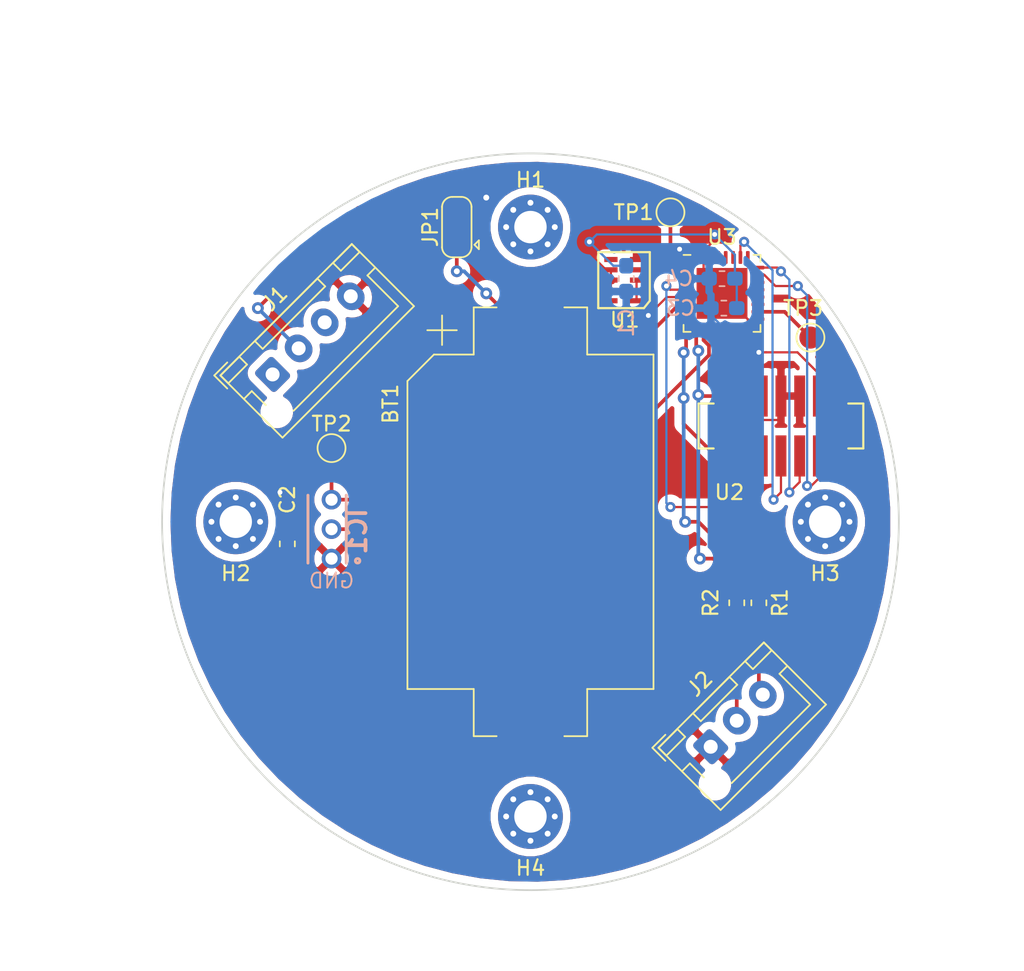
<source format=kicad_pcb>
(kicad_pcb (version 20171130) (host pcbnew "(5.1.5)-3")

  (general
    (thickness 1.6)
    (drawings 2)
    (tracks 163)
    (zones 0)
    (modules 21)
    (nets 41)
  )

  (page A4)
  (layers
    (0 F.Cu signal)
    (31 B.Cu signal)
    (32 B.Adhes user)
    (33 F.Adhes user)
    (34 B.Paste user)
    (35 F.Paste user)
    (36 B.SilkS user)
    (37 F.SilkS user)
    (38 B.Mask user)
    (39 F.Mask user)
    (40 Dwgs.User user)
    (41 Cmts.User user)
    (42 Eco1.User user)
    (43 Eco2.User user)
    (44 Edge.Cuts user)
    (45 Margin user)
    (46 B.CrtYd user)
    (47 F.CrtYd user)
    (48 B.Fab user)
    (49 F.Fab user)
  )

  (setup
    (last_trace_width 0.1524)
    (trace_clearance 0.1524)
    (zone_clearance 0.508)
    (zone_45_only no)
    (trace_min 0.1524)
    (via_size 0.6858)
    (via_drill 0.3302)
    (via_min_size 0.508)
    (via_min_drill 0.254)
    (uvia_size 0.6858)
    (uvia_drill 0.3302)
    (uvias_allowed no)
    (uvia_min_size 0.2)
    (uvia_min_drill 0.1)
    (edge_width 0.05)
    (segment_width 0.2)
    (pcb_text_width 0.3)
    (pcb_text_size 1.5 1.5)
    (mod_edge_width 0.12)
    (mod_text_size 1 1)
    (mod_text_width 0.15)
    (pad_size 1.524 1.524)
    (pad_drill 0.762)
    (pad_to_mask_clearance 0.0508)
    (aux_axis_origin 0 0)
    (grid_origin 74.54 465.22)
    (visible_elements 7FFFFFFF)
    (pcbplotparams
      (layerselection 0x010fc_ffffffff)
      (usegerberextensions false)
      (usegerberattributes false)
      (usegerberadvancedattributes false)
      (creategerberjobfile false)
      (excludeedgelayer true)
      (linewidth 0.100000)
      (plotframeref false)
      (viasonmask false)
      (mode 1)
      (useauxorigin false)
      (hpglpennumber 1)
      (hpglpenspeed 20)
      (hpglpendiameter 15.000000)
      (psnegative false)
      (psa4output false)
      (plotreference true)
      (plotvalue true)
      (plotinvisibletext false)
      (padsonsilk false)
      (subtractmaskfromsilk false)
      (outputformat 1)
      (mirror false)
      (drillshape 1)
      (scaleselection 1)
      (outputdirectory ""))
  )

  (net 0 "")
  (net 1 VCC)
  (net 2 GND)
  (net 3 /oscillator)
  (net 4 /NRST)
  (net 5 /tsl237_freq)
  (net 6 /TX)
  (net 7 /RX)
  (net 8 /CLKOUT)
  (net 9 /SWDIO)
  (net 10 /SWDCLK)
  (net 11 /SWO)
  (net 12 "Net-(U2-Pad1)")
  (net 13 "Net-(U2-Pad2)")
  (net 14 "Net-(U2-Pad9)")
  (net 15 "Net-(U2-Pad10)")
  (net 16 "Net-(BT1-Pad1)")
  (net 17 "Net-(J1-Pad3)")
  (net 18 "Net-(J1-Pad2)")
  (net 19 "Net-(J1-Pad1)")
  (net 20 "Net-(J2-Pad3)")
  (net 21 "Net-(J2-Pad2)")
  (net 22 "Net-(U1-Pad6)")
  (net 23 "Net-(U1-Pad10)")
  (net 24 "Net-(U3-Pad3)")
  (net 25 "Net-(U3-Pad7)")
  (net 26 "Net-(U3-Pad11)")
  (net 27 "Net-(U3-Pad12)")
  (net 28 "Net-(U3-Pad13)")
  (net 29 "Net-(U3-Pad14)")
  (net 30 "Net-(U3-Pad15)")
  (net 31 "Net-(U3-Pad19)")
  (net 32 "Net-(U3-Pad20)")
  (net 33 "Net-(U3-Pad21)")
  (net 34 "Net-(U3-Pad22)")
  (net 35 "Net-(U3-Pad25)")
  (net 36 "Net-(U3-Pad27)")
  (net 37 "Net-(U3-Pad28)")
  (net 38 "Net-(U3-Pad29)")
  (net 39 "Net-(U3-Pad30)")
  (net 40 /sensor_pwr)

  (net_class Default "This is the default net class."
    (clearance 0.1524)
    (trace_width 0.1524)
    (via_dia 0.6858)
    (via_drill 0.3302)
    (uvia_dia 0.6858)
    (uvia_drill 0.3302)
    (add_net /CLKOUT)
    (add_net /NRST)
    (add_net /RX)
    (add_net /SWDCLK)
    (add_net /SWDIO)
    (add_net /SWO)
    (add_net /TX)
    (add_net /oscillator)
    (add_net /sensor_pwr)
    (add_net /tsl237_freq)
    (add_net GND)
    (add_net "Net-(BT1-Pad1)")
    (add_net "Net-(J1-Pad1)")
    (add_net "Net-(J1-Pad2)")
    (add_net "Net-(J1-Pad3)")
    (add_net "Net-(J2-Pad2)")
    (add_net "Net-(J2-Pad3)")
    (add_net "Net-(U1-Pad10)")
    (add_net "Net-(U1-Pad6)")
    (add_net "Net-(U2-Pad1)")
    (add_net "Net-(U2-Pad10)")
    (add_net "Net-(U2-Pad2)")
    (add_net "Net-(U2-Pad9)")
    (add_net "Net-(U3-Pad11)")
    (add_net "Net-(U3-Pad12)")
    (add_net "Net-(U3-Pad13)")
    (add_net "Net-(U3-Pad14)")
    (add_net "Net-(U3-Pad15)")
    (add_net "Net-(U3-Pad19)")
    (add_net "Net-(U3-Pad20)")
    (add_net "Net-(U3-Pad21)")
    (add_net "Net-(U3-Pad22)")
    (add_net "Net-(U3-Pad25)")
    (add_net "Net-(U3-Pad27)")
    (add_net "Net-(U3-Pad28)")
    (add_net "Net-(U3-Pad29)")
    (add_net "Net-(U3-Pad3)")
    (add_net "Net-(U3-Pad30)")
    (add_net "Net-(U3-Pad7)")
    (add_net VCC)
  )

  (module e314_parts:TG-3541CE (layer F.Cu) (tedit 5D8111C4) (tstamp 5E936E23)
    (at 79.04 452.22 180)
    (path /5E86301E)
    (fp_text reference U1 (at -1.9 0.7) (layer F.SilkS)
      (effects (font (size 1 1) (thickness 0.15)))
    )
    (fp_text value TG-3541CE (at 0 15) (layer F.Fab)
      (effects (font (size 1 1) (thickness 0.15)))
    )
    (fp_line (start -3.6 5.3) (end -3.6 2) (layer F.SilkS) (width 0.15))
    (fp_line (start -0.1 5.3) (end -3.6 5.3) (layer F.SilkS) (width 0.15))
    (fp_line (start -0.1 1.5) (end -0.1 5.3) (layer F.SilkS) (width 0.15))
    (fp_line (start -3.2 1.5) (end -0.1 1.5) (layer F.SilkS) (width 0.15))
    (fp_line (start -3.6 2) (end -3.2 1.5) (layer F.SilkS) (width 0.15))
    (pad 6 smd rect (at -0.96 4.8 180) (size 0.9 0.35) (layers F.Cu F.Paste F.Mask)
      (net 22 "Net-(U1-Pad6)"))
    (pad 5 smd rect (at -2.7 4.8 180) (size 0.9 0.35) (layers F.Cu F.Paste F.Mask)
      (net 2 GND))
    (pad 7 smd rect (at -0.96 4.1 180) (size 0.9 0.35) (layers F.Cu F.Paste F.Mask)
      (net 2 GND))
    (pad 4 smd rect (at -2.7 4.1 180) (size 0.9 0.35) (layers F.Cu F.Paste F.Mask)
      (net 3 /oscillator))
    (pad 8 smd rect (at -0.96 3.4 180) (size 0.9 0.35) (layers F.Cu F.Paste F.Mask)
      (net 2 GND))
    (pad 3 smd rect (at -2.7 3.4 180) (size 0.9 0.35) (layers F.Cu F.Paste F.Mask)
      (net 1 VCC))
    (pad 9 smd rect (at -0.96 2.7 180) (size 0.9 0.35) (layers F.Cu F.Paste F.Mask)
      (net 2 GND))
    (pad 2 smd rect (at -2.7 2.7 180) (size 0.9 0.35) (layers F.Cu F.Paste F.Mask)
      (net 1 VCC))
    (pad 10 smd rect (at -0.96 2 180) (size 0.9 0.35) (layers F.Cu F.Paste F.Mask)
      (net 23 "Net-(U1-Pad10)"))
    (pad 1 smd rect (at -2.7 2 180) (size 0.9 0.35) (layers F.Cu F.Paste F.Mask)
      (net 1 VCC))
  )

  (module TestPoint:TestPoint_Pad_D1.5mm (layer F.Cu) (tedit 5A0F774F) (tstamp 5E8F8D85)
    (at 93.54 452.72)
    (descr "SMD pad as test Point, diameter 1.5mm")
    (tags "test point SMD pad")
    (path /5E82CCF8)
    (attr virtual)
    (fp_text reference TP3 (at -0.5 -2) (layer F.SilkS)
      (effects (font (size 1 1) (thickness 0.15)))
    )
    (fp_text value TestPoint (at 6.5 -1) (layer F.Fab)
      (effects (font (size 1 1) (thickness 0.15)))
    )
    (fp_circle (center 0 0) (end 0 0.95) (layer F.SilkS) (width 0.12))
    (fp_circle (center 0 0) (end 1.25 0) (layer F.CrtYd) (width 0.05))
    (fp_text user %R (at -0.5 -2) (layer F.Fab)
      (effects (font (size 1 1) (thickness 0.15)))
    )
    (pad 1 smd circle (at 0 0) (size 1.5 1.5) (layers F.Cu F.Mask)
      (net 8 /CLKOUT))
  )

  (module TestPoint:TestPoint_Pad_D1.5mm (layer F.Cu) (tedit 5A0F774F) (tstamp 5E8F8D70)
    (at 61.04 460.22)
    (descr "SMD pad as test Point, diameter 1.5mm")
    (tags "test point SMD pad")
    (path /5E8D6CDF)
    (attr virtual)
    (fp_text reference TP2 (at 0 -1.648) (layer F.SilkS)
      (effects (font (size 1 1) (thickness 0.15)))
    )
    (fp_text value TestPoint (at 0 1.75) (layer F.Fab)
      (effects (font (size 1 1) (thickness 0.15)))
    )
    (fp_circle (center 0 0) (end 0 0.95) (layer F.SilkS) (width 0.12))
    (fp_circle (center 0 0) (end 1.25 0) (layer F.CrtYd) (width 0.05))
    (fp_text user %R (at 0 -1.65) (layer F.Fab)
      (effects (font (size 1 1) (thickness 0.15)))
    )
    (pad 1 smd circle (at 0 0) (size 1.5 1.5) (layers F.Cu F.Mask)
      (net 5 /tsl237_freq))
  )

  (module TestPoint:TestPoint_Pad_D1.5mm (layer F.Cu) (tedit 5A0F774F) (tstamp 5E939075)
    (at 84.04 444.22)
    (descr "SMD pad as test Point, diameter 1.5mm")
    (tags "test point SMD pad")
    (path /5E8698B9)
    (attr virtual)
    (fp_text reference TP1 (at -2.5 0 180) (layer F.SilkS)
      (effects (font (size 1 1) (thickness 0.15)))
    )
    (fp_text value TestPoint (at 6 -3.5) (layer F.Fab)
      (effects (font (size 1 1) (thickness 0.15)))
    )
    (fp_circle (center 0 0) (end 0 0.95) (layer F.SilkS) (width 0.12))
    (fp_circle (center 0 0) (end 1.25 0) (layer F.CrtYd) (width 0.05))
    (fp_text user %R (at -2.5 0) (layer F.Fab)
      (effects (font (size 1 1) (thickness 0.15)))
    )
    (pad 1 smd circle (at 0 0) (size 1.5 1.5) (layers F.Cu F.Mask)
      (net 3 /oscillator))
  )

  (module Resistor_SMD:R_0603_1608Metric_Pad1.05x0.95mm_HandSolder (layer F.Cu) (tedit 5B301BBD) (tstamp 5E8F8B18)
    (at 88.54 470.72 270)
    (descr "Resistor SMD 0603 (1608 Metric), square (rectangular) end terminal, IPC_7351 nominal with elongated pad for handsoldering. (Body size source: http://www.tortai-tech.com/upload/download/2011102023233369053.pdf), generated with kicad-footprint-generator")
    (tags "resistor handsolder")
    (path /5E8527B8)
    (attr smd)
    (fp_text reference R2 (at 0 1.770467 90) (layer F.SilkS)
      (effects (font (size 1 1) (thickness 0.15)))
    )
    (fp_text value 200 (at 3.3 -0.229533 90) (layer F.Fab)
      (effects (font (size 1 1) (thickness 0.15)))
    )
    (fp_text user %R (at 0 0 90) (layer F.Fab)
      (effects (font (size 0.4 0.4) (thickness 0.06)))
    )
    (fp_line (start 1.65 0.73) (end -1.65 0.73) (layer F.CrtYd) (width 0.05))
    (fp_line (start 1.65 -0.73) (end 1.65 0.73) (layer F.CrtYd) (width 0.05))
    (fp_line (start -1.65 -0.73) (end 1.65 -0.73) (layer F.CrtYd) (width 0.05))
    (fp_line (start -1.65 0.73) (end -1.65 -0.73) (layer F.CrtYd) (width 0.05))
    (fp_line (start -0.171267 0.51) (end 0.171267 0.51) (layer F.SilkS) (width 0.12))
    (fp_line (start -0.171267 -0.51) (end 0.171267 -0.51) (layer F.SilkS) (width 0.12))
    (fp_line (start 0.8 0.4) (end -0.8 0.4) (layer F.Fab) (width 0.1))
    (fp_line (start 0.8 -0.4) (end 0.8 0.4) (layer F.Fab) (width 0.1))
    (fp_line (start -0.8 -0.4) (end 0.8 -0.4) (layer F.Fab) (width 0.1))
    (fp_line (start -0.8 0.4) (end -0.8 -0.4) (layer F.Fab) (width 0.1))
    (pad 2 smd roundrect (at 0.875 0 270) (size 1.05 0.95) (layers F.Cu F.Paste F.Mask) (roundrect_rratio 0.25)
      (net 21 "Net-(J2-Pad2)"))
    (pad 1 smd roundrect (at -0.875 0 270) (size 1.05 0.95) (layers F.Cu F.Paste F.Mask) (roundrect_rratio 0.25)
      (net 7 /RX))
    (model ${KISYS3DMOD}/Resistor_SMD.3dshapes/R_0603_1608Metric.wrl
      (at (xyz 0 0 0))
      (scale (xyz 1 1 1))
      (rotate (xyz 0 0 0))
    )
  )

  (module Resistor_SMD:R_0603_1608Metric_Pad1.05x0.95mm_HandSolder (layer F.Cu) (tedit 5B301BBD) (tstamp 5E8F8C4D)
    (at 90.04 470.72 270)
    (descr "Resistor SMD 0603 (1608 Metric), square (rectangular) end terminal, IPC_7351 nominal with elongated pad for handsoldering. (Body size source: http://www.tortai-tech.com/upload/download/2011102023233369053.pdf), generated with kicad-footprint-generator")
    (tags "resistor handsolder")
    (path /5E851D02)
    (attr smd)
    (fp_text reference R1 (at 0 -1.43 90) (layer F.SilkS)
      (effects (font (size 1 1) (thickness 0.15)))
    )
    (fp_text value 200 (at 3.375 0 90) (layer F.Fab)
      (effects (font (size 1 1) (thickness 0.15)))
    )
    (fp_text user %R (at 0 0 90) (layer F.Fab)
      (effects (font (size 0.4 0.4) (thickness 0.06)))
    )
    (fp_line (start 1.65 0.73) (end -1.65 0.73) (layer F.CrtYd) (width 0.05))
    (fp_line (start 1.65 -0.73) (end 1.65 0.73) (layer F.CrtYd) (width 0.05))
    (fp_line (start -1.65 -0.73) (end 1.65 -0.73) (layer F.CrtYd) (width 0.05))
    (fp_line (start -1.65 0.73) (end -1.65 -0.73) (layer F.CrtYd) (width 0.05))
    (fp_line (start -0.171267 0.51) (end 0.171267 0.51) (layer F.SilkS) (width 0.12))
    (fp_line (start -0.171267 -0.51) (end 0.171267 -0.51) (layer F.SilkS) (width 0.12))
    (fp_line (start 0.8 0.4) (end -0.8 0.4) (layer F.Fab) (width 0.1))
    (fp_line (start 0.8 -0.4) (end 0.8 0.4) (layer F.Fab) (width 0.1))
    (fp_line (start -0.8 -0.4) (end 0.8 -0.4) (layer F.Fab) (width 0.1))
    (fp_line (start -0.8 0.4) (end -0.8 -0.4) (layer F.Fab) (width 0.1))
    (pad 2 smd roundrect (at 0.875 0 270) (size 1.05 0.95) (layers F.Cu F.Paste F.Mask) (roundrect_rratio 0.25)
      (net 20 "Net-(J2-Pad3)"))
    (pad 1 smd roundrect (at -0.875 0 270) (size 1.05 0.95) (layers F.Cu F.Paste F.Mask) (roundrect_rratio 0.25)
      (net 6 /TX))
    (model ${KISYS3DMOD}/Resistor_SMD.3dshapes/R_0603_1608Metric.wrl
      (at (xyz 0 0 0))
      (scale (xyz 1 1 1))
      (rotate (xyz 0 0 0))
    )
  )

  (module Jumper:SolderJumper-3_P1.3mm_Open_RoundedPad1.0x1.5mm (layer F.Cu) (tedit 5B391EB7) (tstamp 5E8F95DB)
    (at 69.54 445.22 90)
    (descr "SMD Solder 3-pad Jumper, 1x1.5mm rounded Pads, 0.3mm gap, open")
    (tags "solder jumper open")
    (path /5E89CECA)
    (attr virtual)
    (fp_text reference JP1 (at 0 -1.8 90) (layer F.SilkS)
      (effects (font (size 1 1) (thickness 0.15)))
    )
    (fp_text value Jumper_3_Open (at 9.5 -8 90) (layer F.Fab)
      (effects (font (size 1 1) (thickness 0.15)))
    )
    (fp_arc (start -1.35 -0.3) (end -1.35 -1) (angle -90) (layer F.SilkS) (width 0.12))
    (fp_arc (start -1.35 0.3) (end -2.05 0.3) (angle -90) (layer F.SilkS) (width 0.12))
    (fp_arc (start 1.35 0.3) (end 1.35 1) (angle -90) (layer F.SilkS) (width 0.12))
    (fp_arc (start 1.35 -0.3) (end 2.05 -0.3) (angle -90) (layer F.SilkS) (width 0.12))
    (fp_line (start 2.3 1.25) (end -2.3 1.25) (layer F.CrtYd) (width 0.05))
    (fp_line (start 2.3 1.25) (end 2.3 -1.25) (layer F.CrtYd) (width 0.05))
    (fp_line (start -2.3 -1.25) (end -2.3 1.25) (layer F.CrtYd) (width 0.05))
    (fp_line (start -2.3 -1.25) (end 2.3 -1.25) (layer F.CrtYd) (width 0.05))
    (fp_line (start -1.4 -1) (end 1.4 -1) (layer F.SilkS) (width 0.12))
    (fp_line (start 2.05 -0.3) (end 2.05 0.3) (layer F.SilkS) (width 0.12))
    (fp_line (start 1.4 1) (end -1.4 1) (layer F.SilkS) (width 0.12))
    (fp_line (start -2.05 0.3) (end -2.05 -0.3) (layer F.SilkS) (width 0.12))
    (fp_line (start -1.2 1.2) (end -1.5 1.5) (layer F.SilkS) (width 0.12))
    (fp_line (start -1.5 1.5) (end -0.9 1.5) (layer F.SilkS) (width 0.12))
    (fp_line (start -1.2 1.2) (end -0.9 1.5) (layer F.SilkS) (width 0.12))
    (pad 2 smd rect (at 0 0 90) (size 1 1.5) (layers F.Cu F.Mask)
      (net 1 VCC))
    (pad 3 smd custom (at 1.3 0 90) (size 1 0.5) (layers F.Cu F.Mask)
      (net 18 "Net-(J1-Pad2)") (zone_connect 2)
      (options (clearance outline) (anchor rect))
      (primitives
        (gr_circle (center 0 0.25) (end 0.5 0.25) (width 0))
        (gr_circle (center 0 -0.25) (end 0.5 -0.25) (width 0))
        (gr_poly (pts
           (xy -0.55 -0.75) (xy 0 -0.75) (xy 0 0.75) (xy -0.55 0.75)) (width 0))
      ))
    (pad 1 smd custom (at -1.3 0 90) (size 1 0.5) (layers F.Cu F.Mask)
      (net 16 "Net-(BT1-Pad1)") (zone_connect 2)
      (options (clearance outline) (anchor rect))
      (primitives
        (gr_circle (center 0 0.25) (end 0.5 0.25) (width 0))
        (gr_circle (center 0 -0.25) (end 0.5 -0.25) (width 0))
        (gr_poly (pts
           (xy 0.55 -0.75) (xy 0 -0.75) (xy 0 0.75) (xy 0.55 0.75)) (width 0))
      ))
  )

  (module Connector_JST:JST_XH_B3B-XH-AM_1x03_P2.50mm_Vertical (layer F.Cu) (tedit 5C28146E) (tstamp 5E8F8D15)
    (at 86.772233 480.487767 45)
    (descr "JST XH series connector, B3B-XH-AM, with boss (http://www.jst-mfg.com/product/pdf/eng/eXH.pdf), generated with kicad-footprint-generator")
    (tags "connector JST XH vertical boss")
    (path /5E84A133)
    (fp_text reference J2 (at 2.5 -3.55 45) (layer F.SilkS)
      (effects (font (size 1 1) (thickness 0.15)))
    )
    (fp_text value Conn_01x03 (at 2.5 4.6 45) (layer F.Fab)
      (effects (font (size 1 1) (thickness 0.15)))
    )
    (fp_text user %R (at 2.5 2.7 45) (layer F.Fab)
      (effects (font (size 1 1) (thickness 0.15)))
    )
    (fp_line (start -2.85 -2.75) (end -2.85 -1.5) (layer F.SilkS) (width 0.12))
    (fp_line (start -1.6 -2.75) (end -2.85 -2.75) (layer F.SilkS) (width 0.12))
    (fp_line (start 6.8 2.75) (end 2.5 2.75) (layer F.SilkS) (width 0.12))
    (fp_line (start 6.8 -0.2) (end 6.8 2.75) (layer F.SilkS) (width 0.12))
    (fp_line (start 7.55 -0.2) (end 6.8 -0.2) (layer F.SilkS) (width 0.12))
    (fp_line (start 2.5 2.75) (end -0.74 2.75) (layer F.SilkS) (width 0.12))
    (fp_line (start -1.8 -0.2) (end -1.8 1.14) (layer F.SilkS) (width 0.12))
    (fp_line (start -2.55 -0.2) (end -1.8 -0.2) (layer F.SilkS) (width 0.12))
    (fp_line (start 7.55 -2.45) (end 5.75 -2.45) (layer F.SilkS) (width 0.12))
    (fp_line (start 7.55 -1.7) (end 7.55 -2.45) (layer F.SilkS) (width 0.12))
    (fp_line (start 5.75 -1.7) (end 7.55 -1.7) (layer F.SilkS) (width 0.12))
    (fp_line (start 5.75 -2.45) (end 5.75 -1.7) (layer F.SilkS) (width 0.12))
    (fp_line (start -0.75 -2.45) (end -2.55 -2.45) (layer F.SilkS) (width 0.12))
    (fp_line (start -0.75 -1.7) (end -0.75 -2.45) (layer F.SilkS) (width 0.12))
    (fp_line (start -2.55 -1.7) (end -0.75 -1.7) (layer F.SilkS) (width 0.12))
    (fp_line (start -2.55 -2.45) (end -2.55 -1.7) (layer F.SilkS) (width 0.12))
    (fp_line (start 4.25 -2.45) (end 0.75 -2.45) (layer F.SilkS) (width 0.12))
    (fp_line (start 4.25 -1.7) (end 4.25 -2.45) (layer F.SilkS) (width 0.12))
    (fp_line (start 0.75 -1.7) (end 4.25 -1.7) (layer F.SilkS) (width 0.12))
    (fp_line (start 0.75 -2.45) (end 0.75 -1.7) (layer F.SilkS) (width 0.12))
    (fp_line (start 0 -1.35) (end 0.625 -2.35) (layer F.Fab) (width 0.1))
    (fp_line (start -0.625 -2.35) (end 0 -1.35) (layer F.Fab) (width 0.1))
    (fp_line (start 7.95 -2.85) (end -2.95 -2.85) (layer F.CrtYd) (width 0.05))
    (fp_line (start 7.95 3.9) (end 7.95 -2.85) (layer F.CrtYd) (width 0.05))
    (fp_line (start -2.95 3.9) (end 7.95 3.9) (layer F.CrtYd) (width 0.05))
    (fp_line (start -2.95 -2.85) (end -2.95 3.9) (layer F.CrtYd) (width 0.05))
    (fp_line (start 7.56 -2.46) (end -2.56 -2.46) (layer F.SilkS) (width 0.12))
    (fp_line (start 7.56 3.51) (end 7.56 -2.46) (layer F.SilkS) (width 0.12))
    (fp_line (start -2.56 3.51) (end 7.56 3.51) (layer F.SilkS) (width 0.12))
    (fp_line (start -2.56 -2.46) (end -2.56 3.51) (layer F.SilkS) (width 0.12))
    (fp_line (start 7.45 -2.35) (end -2.45 -2.35) (layer F.Fab) (width 0.1))
    (fp_line (start 7.45 3.4) (end 7.45 -2.35) (layer F.Fab) (width 0.1))
    (fp_line (start -2.45 3.4) (end 7.45 3.4) (layer F.Fab) (width 0.1))
    (fp_line (start -2.45 -2.35) (end -2.45 3.4) (layer F.Fab) (width 0.1))
    (pad "" np_thru_hole circle (at -1.6 2 45) (size 1.2 1.2) (drill 1.2) (layers *.Cu *.Mask))
    (pad 3 thru_hole oval (at 5 0 45) (size 1.7 1.95) (drill 0.95) (layers *.Cu *.Mask)
      (net 20 "Net-(J2-Pad3)"))
    (pad 2 thru_hole oval (at 2.5 0 45) (size 1.7 1.95) (drill 0.95) (layers *.Cu *.Mask)
      (net 21 "Net-(J2-Pad2)"))
    (pad 1 thru_hole roundrect (at 0 0 45) (size 1.7 1.95) (drill 0.95) (layers *.Cu *.Mask) (roundrect_rratio 0.147059)
      (net 2 GND))
    (model ${KISYS3DMOD}/Connector_JST.3dshapes/JST_XH_B3B-XH-AM_1x03_P2.50mm_Vertical.wrl
      (at (xyz 0 0 0))
      (scale (xyz 1 1 1))
      (rotate (xyz 0 0 0))
    )
  )

  (module Connector_JST:JST_XH_B4B-XH-AM_1x04_P2.50mm_Vertical (layer F.Cu) (tedit 5C28146E) (tstamp 5E8F8B63)
    (at 57.04 455.22 45)
    (descr "JST XH series connector, B4B-XH-AM, with boss (http://www.jst-mfg.com/product/pdf/eng/eXH.pdf), generated with kicad-footprint-generator")
    (tags "connector JST XH vertical boss")
    (path /5E89649A)
    (fp_text reference J1 (at 3.75 -3.55 45) (layer F.SilkS)
      (effects (font (size 1 1) (thickness 0.15)))
    )
    (fp_text value Conn_01x04_Male (at 1.06066 -10.253048 45) (layer F.Fab)
      (effects (font (size 1 1) (thickness 0.15)))
    )
    (fp_text user %R (at 3.75 2.7 45) (layer F.Fab)
      (effects (font (size 1 1) (thickness 0.15)))
    )
    (fp_line (start -2.85 -2.75) (end -2.85 -1.5) (layer F.SilkS) (width 0.12))
    (fp_line (start -1.6 -2.75) (end -2.85 -2.75) (layer F.SilkS) (width 0.12))
    (fp_line (start 9.3 2.75) (end 3.75 2.75) (layer F.SilkS) (width 0.12))
    (fp_line (start 9.3 -0.2) (end 9.3 2.75) (layer F.SilkS) (width 0.12))
    (fp_line (start 10.05 -0.2) (end 9.3 -0.2) (layer F.SilkS) (width 0.12))
    (fp_line (start 3.75 2.75) (end -0.74 2.75) (layer F.SilkS) (width 0.12))
    (fp_line (start -1.8 -0.2) (end -1.8 1.14) (layer F.SilkS) (width 0.12))
    (fp_line (start -2.55 -0.2) (end -1.8 -0.2) (layer F.SilkS) (width 0.12))
    (fp_line (start 10.05 -2.45) (end 8.25 -2.45) (layer F.SilkS) (width 0.12))
    (fp_line (start 10.05 -1.7) (end 10.05 -2.45) (layer F.SilkS) (width 0.12))
    (fp_line (start 8.25 -1.7) (end 10.05 -1.7) (layer F.SilkS) (width 0.12))
    (fp_line (start 8.25 -2.45) (end 8.25 -1.7) (layer F.SilkS) (width 0.12))
    (fp_line (start -0.75 -2.45) (end -2.55 -2.45) (layer F.SilkS) (width 0.12))
    (fp_line (start -0.75 -1.7) (end -0.75 -2.45) (layer F.SilkS) (width 0.12))
    (fp_line (start -2.55 -1.7) (end -0.75 -1.7) (layer F.SilkS) (width 0.12))
    (fp_line (start -2.55 -2.45) (end -2.55 -1.7) (layer F.SilkS) (width 0.12))
    (fp_line (start 6.75 -2.45) (end 0.75 -2.45) (layer F.SilkS) (width 0.12))
    (fp_line (start 6.75 -1.7) (end 6.75 -2.45) (layer F.SilkS) (width 0.12))
    (fp_line (start 0.75 -1.7) (end 6.75 -1.7) (layer F.SilkS) (width 0.12))
    (fp_line (start 0.75 -2.45) (end 0.75 -1.7) (layer F.SilkS) (width 0.12))
    (fp_line (start 0 -1.35) (end 0.625 -2.35) (layer F.Fab) (width 0.1))
    (fp_line (start -0.625 -2.35) (end 0 -1.35) (layer F.Fab) (width 0.1))
    (fp_line (start 10.45 -2.85) (end -2.95 -2.85) (layer F.CrtYd) (width 0.05))
    (fp_line (start 10.45 3.9) (end 10.45 -2.85) (layer F.CrtYd) (width 0.05))
    (fp_line (start -2.95 3.9) (end 10.45 3.9) (layer F.CrtYd) (width 0.05))
    (fp_line (start -2.95 -2.85) (end -2.95 3.9) (layer F.CrtYd) (width 0.05))
    (fp_line (start 10.06 -2.46) (end -2.56 -2.46) (layer F.SilkS) (width 0.12))
    (fp_line (start 10.06 3.51) (end 10.06 -2.46) (layer F.SilkS) (width 0.12))
    (fp_line (start -2.56 3.51) (end 10.06 3.51) (layer F.SilkS) (width 0.12))
    (fp_line (start -2.56 -2.46) (end -2.56 3.51) (layer F.SilkS) (width 0.12))
    (fp_line (start 9.95 -2.35) (end -2.45 -2.35) (layer F.Fab) (width 0.1))
    (fp_line (start 9.95 3.4) (end 9.95 -2.35) (layer F.Fab) (width 0.1))
    (fp_line (start -2.45 3.4) (end 9.95 3.4) (layer F.Fab) (width 0.1))
    (fp_line (start -2.45 -2.35) (end -2.45 3.4) (layer F.Fab) (width 0.1))
    (pad "" np_thru_hole circle (at -1.6 2 45) (size 1.2 1.2) (drill 1.2) (layers *.Cu *.Mask))
    (pad 4 thru_hole oval (at 7.5 0 45) (size 1.7 1.95) (drill 0.95) (layers *.Cu *.Mask)
      (net 2 GND))
    (pad 3 thru_hole oval (at 5 0 45) (size 1.7 1.95) (drill 0.95) (layers *.Cu *.Mask)
      (net 17 "Net-(J1-Pad3)"))
    (pad 2 thru_hole oval (at 2.5 0 45) (size 1.7 1.95) (drill 0.95) (layers *.Cu *.Mask)
      (net 18 "Net-(J1-Pad2)"))
    (pad 1 thru_hole roundrect (at 0 0 45) (size 1.7 1.95) (drill 0.95) (layers *.Cu *.Mask) (roundrect_rratio 0.147059)
      (net 19 "Net-(J1-Pad1)"))
    (model ${KISYS3DMOD}/Connector_JST.3dshapes/JST_XH_B4B-XH-AM_1x04_P2.50mm_Vertical.wrl
      (at (xyz 0 0 0))
      (scale (xyz 1 1 1))
      (rotate (xyz 0 0 0))
    )
  )

  (module e314_parts:TSL237S-LF (layer B.Cu) (tedit 0) (tstamp 5E8F8C21)
    (at 61.04 465.72 90)
    (descr TSL237S-LF)
    (tags "Integrated Circuit")
    (path /5E8CC1D2)
    (fp_text reference IC1 (at -0.151 1.731 270) (layer B.SilkS)
      (effects (font (size 1.27 1.27) (thickness 0.254)) (justify mirror))
    )
    (fp_text value TSL237S-LF (at -0.151 1.731 270) (layer B.SilkS) hide
      (effects (font (size 1.27 1.27) (thickness 0.254)) (justify mirror))
    )
    (fp_circle (center -2.149 1.77) (end -2.149 1.72313) (layer B.SilkS) (width 0.2))
    (fp_line (start 2.3 -1.6) (end -2.3 -1.6) (layer B.SilkS) (width 0.2))
    (fp_line (start -2.3 1) (end 2.3 1) (layer B.SilkS) (width 0.2))
    (fp_line (start -2.3 -1.6) (end -2.3 1) (layer B.Fab) (width 0.2))
    (fp_line (start 2.3 -1.6) (end -2.3 -1.6) (layer B.Fab) (width 0.2))
    (fp_line (start 2.3 1) (end 2.3 -1.6) (layer B.Fab) (width 0.2))
    (fp_line (start -2.3 1) (end 2.3 1) (layer B.Fab) (width 0.2))
    (fp_text user %R (at -0.151 1.731 270) (layer B.Fab)
      (effects (font (size 1.27 1.27) (thickness 0.254)) (justify mirror))
    )
    (pad 3 thru_hole circle (at 2 0 90) (size 1.33 1.33) (drill 0.83) (layers *.Cu *.Mask)
      (net 5 /tsl237_freq))
    (pad 2 thru_hole circle (at 0 0 90) (size 1.33 1.33) (drill 0.83) (layers *.Cu *.Mask)
      (net 40 /sensor_pwr))
    (pad 1 thru_hole circle (at -2 0 90) (size 1.33 1.33) (drill 0.83) (layers *.Cu *.Mask)
      (net 2 GND))
  )

  (module MountingHole:MountingHole_2.2mm_M2_Pad_Via (layer F.Cu) (tedit 56DDB9C7) (tstamp 5E8F8BF5)
    (at 74.54 485.22)
    (descr "Mounting Hole 2.2mm, M2")
    (tags "mounting hole 2.2mm m2")
    (path /5E85D041)
    (attr virtual)
    (fp_text reference H4 (at 0 3.5) (layer F.SilkS)
      (effects (font (size 1 1) (thickness 0.15)))
    )
    (fp_text value MountingHole (at 0 3.2) (layer F.Fab)
      (effects (font (size 1 1) (thickness 0.15)))
    )
    (fp_circle (center 0 0) (end 2.45 0) (layer F.CrtYd) (width 0.05))
    (fp_circle (center 0 0) (end 2.2 0) (layer Cmts.User) (width 0.15))
    (fp_text user %R (at 0.3 0) (layer F.Fab)
      (effects (font (size 1 1) (thickness 0.15)))
    )
    (pad 1 thru_hole circle (at 1.166726 -1.166726) (size 0.7 0.7) (drill 0.4) (layers *.Cu *.Mask))
    (pad 1 thru_hole circle (at 0 -1.65) (size 0.7 0.7) (drill 0.4) (layers *.Cu *.Mask))
    (pad 1 thru_hole circle (at -1.166726 -1.166726) (size 0.7 0.7) (drill 0.4) (layers *.Cu *.Mask))
    (pad 1 thru_hole circle (at -1.65 0) (size 0.7 0.7) (drill 0.4) (layers *.Cu *.Mask))
    (pad 1 thru_hole circle (at -1.166726 1.166726) (size 0.7 0.7) (drill 0.4) (layers *.Cu *.Mask))
    (pad 1 thru_hole circle (at 0 1.65) (size 0.7 0.7) (drill 0.4) (layers *.Cu *.Mask))
    (pad 1 thru_hole circle (at 1.166726 1.166726) (size 0.7 0.7) (drill 0.4) (layers *.Cu *.Mask))
    (pad 1 thru_hole circle (at 1.65 0) (size 0.7 0.7) (drill 0.4) (layers *.Cu *.Mask))
    (pad 1 thru_hole circle (at 0 0) (size 4.4 4.4) (drill 2.2) (layers *.Cu *.Mask))
  )

  (module MountingHole:MountingHole_2.2mm_M2_Pad_Via (layer F.Cu) (tedit 56DDB9C7) (tstamp 5E8F8A1B)
    (at 94.54 465.22)
    (descr "Mounting Hole 2.2mm, M2")
    (tags "mounting hole 2.2mm m2")
    (path /5E85D4E6)
    (attr virtual)
    (fp_text reference H3 (at 0 3.5) (layer F.SilkS)
      (effects (font (size 1 1) (thickness 0.15)))
    )
    (fp_text value MountingHole (at 0 3.2) (layer F.Fab)
      (effects (font (size 1 1) (thickness 0.15)))
    )
    (fp_circle (center 0 0) (end 2.45 0) (layer F.CrtYd) (width 0.05))
    (fp_circle (center 0 0) (end 2.2 0) (layer Cmts.User) (width 0.15))
    (fp_text user %R (at 0.3 0) (layer F.Fab)
      (effects (font (size 1 1) (thickness 0.15)))
    )
    (pad 1 thru_hole circle (at 1.166726 -1.166726) (size 0.7 0.7) (drill 0.4) (layers *.Cu *.Mask))
    (pad 1 thru_hole circle (at 0 -1.65) (size 0.7 0.7) (drill 0.4) (layers *.Cu *.Mask))
    (pad 1 thru_hole circle (at -1.166726 -1.166726) (size 0.7 0.7) (drill 0.4) (layers *.Cu *.Mask))
    (pad 1 thru_hole circle (at -1.65 0) (size 0.7 0.7) (drill 0.4) (layers *.Cu *.Mask))
    (pad 1 thru_hole circle (at -1.166726 1.166726) (size 0.7 0.7) (drill 0.4) (layers *.Cu *.Mask))
    (pad 1 thru_hole circle (at 0 1.65) (size 0.7 0.7) (drill 0.4) (layers *.Cu *.Mask))
    (pad 1 thru_hole circle (at 1.166726 1.166726) (size 0.7 0.7) (drill 0.4) (layers *.Cu *.Mask))
    (pad 1 thru_hole circle (at 1.65 0) (size 0.7 0.7) (drill 0.4) (layers *.Cu *.Mask))
    (pad 1 thru_hole circle (at 0 0) (size 4.4 4.4) (drill 2.2) (layers *.Cu *.Mask))
  )

  (module MountingHole:MountingHole_2.2mm_M2_Pad_Via (layer F.Cu) (tedit 56DDB9C7) (tstamp 5E8F8BC8)
    (at 54.54 465.22)
    (descr "Mounting Hole 2.2mm, M2")
    (tags "mounting hole 2.2mm m2")
    (path /5E85C9CB)
    (attr virtual)
    (fp_text reference H2 (at 0 3.5) (layer F.SilkS)
      (effects (font (size 1 1) (thickness 0.15)))
    )
    (fp_text value MountingHole (at 0 3.2) (layer F.Fab)
      (effects (font (size 1 1) (thickness 0.15)))
    )
    (fp_circle (center 0 0) (end 2.45 0) (layer F.CrtYd) (width 0.05))
    (fp_circle (center 0 0) (end 2.2 0) (layer Cmts.User) (width 0.15))
    (fp_text user %R (at 0.3 0) (layer F.Fab)
      (effects (font (size 1 1) (thickness 0.15)))
    )
    (pad 1 thru_hole circle (at 1.166726 -1.166726) (size 0.7 0.7) (drill 0.4) (layers *.Cu *.Mask))
    (pad 1 thru_hole circle (at 0 -1.65) (size 0.7 0.7) (drill 0.4) (layers *.Cu *.Mask))
    (pad 1 thru_hole circle (at -1.166726 -1.166726) (size 0.7 0.7) (drill 0.4) (layers *.Cu *.Mask))
    (pad 1 thru_hole circle (at -1.65 0) (size 0.7 0.7) (drill 0.4) (layers *.Cu *.Mask))
    (pad 1 thru_hole circle (at -1.166726 1.166726) (size 0.7 0.7) (drill 0.4) (layers *.Cu *.Mask))
    (pad 1 thru_hole circle (at 0 1.65) (size 0.7 0.7) (drill 0.4) (layers *.Cu *.Mask))
    (pad 1 thru_hole circle (at 1.166726 1.166726) (size 0.7 0.7) (drill 0.4) (layers *.Cu *.Mask))
    (pad 1 thru_hole circle (at 1.65 0) (size 0.7 0.7) (drill 0.4) (layers *.Cu *.Mask))
    (pad 1 thru_hole circle (at 0 0) (size 4.4 4.4) (drill 2.2) (layers *.Cu *.Mask))
  )

  (module MountingHole:MountingHole_2.2mm_M2_Pad_Via (layer F.Cu) (tedit 56DDB9C7) (tstamp 5E8F8DB7)
    (at 74.54 445.22)
    (descr "Mounting Hole 2.2mm, M2")
    (tags "mounting hole 2.2mm m2")
    (path /5E85D7F6)
    (attr virtual)
    (fp_text reference H1 (at 0 -3.2) (layer F.SilkS)
      (effects (font (size 1 1) (thickness 0.15)))
    )
    (fp_text value MountingHole (at -4 -10.5) (layer F.Fab)
      (effects (font (size 1 1) (thickness 0.15)))
    )
    (fp_circle (center 0 0) (end 2.45 0) (layer F.CrtYd) (width 0.05))
    (fp_circle (center 0 0) (end 2.2 0) (layer Cmts.User) (width 0.15))
    (fp_text user %R (at 0.3 0) (layer F.Fab)
      (effects (font (size 1 1) (thickness 0.15)))
    )
    (pad 1 thru_hole circle (at 1.166726 -1.166726) (size 0.7 0.7) (drill 0.4) (layers *.Cu *.Mask))
    (pad 1 thru_hole circle (at 0 -1.65) (size 0.7 0.7) (drill 0.4) (layers *.Cu *.Mask))
    (pad 1 thru_hole circle (at -1.166726 -1.166726) (size 0.7 0.7) (drill 0.4) (layers *.Cu *.Mask))
    (pad 1 thru_hole circle (at -1.65 0) (size 0.7 0.7) (drill 0.4) (layers *.Cu *.Mask))
    (pad 1 thru_hole circle (at -1.166726 1.166726) (size 0.7 0.7) (drill 0.4) (layers *.Cu *.Mask))
    (pad 1 thru_hole circle (at 0 1.65) (size 0.7 0.7) (drill 0.4) (layers *.Cu *.Mask))
    (pad 1 thru_hole circle (at 1.166726 1.166726) (size 0.7 0.7) (drill 0.4) (layers *.Cu *.Mask))
    (pad 1 thru_hole circle (at 1.65 0) (size 0.7 0.7) (drill 0.4) (layers *.Cu *.Mask))
    (pad 1 thru_hole circle (at 0 0) (size 4.4 4.4) (drill 2.2) (layers *.Cu *.Mask))
  )

  (module Capacitor_SMD:C_0603_1608Metric_Pad1.05x0.95mm_HandSolder (layer F.Cu) (tedit 5B301BBE) (tstamp 5E8FB6B9)
    (at 58.04 466.72 270)
    (descr "Capacitor SMD 0603 (1608 Metric), square (rectangular) end terminal, IPC_7351 nominal with elongated pad for handsoldering. (Body size source: http://www.tortai-tech.com/upload/download/2011102023233369053.pdf), generated with kicad-footprint-generator")
    (tags "capacitor handsolder")
    (path /5E8D5149)
    (attr smd)
    (fp_text reference C2 (at -3 0 270) (layer F.SilkS)
      (effects (font (size 1 1) (thickness 0.15)))
    )
    (fp_text value 1uF (at 0 -1.5 270) (layer F.Fab)
      (effects (font (size 1 1) (thickness 0.15)))
    )
    (fp_text user %R (at 0 0 270) (layer F.Fab)
      (effects (font (size 0.4 0.4) (thickness 0.06)))
    )
    (fp_line (start 1.65 0.73) (end -1.65 0.73) (layer F.CrtYd) (width 0.05))
    (fp_line (start 1.65 -0.73) (end 1.65 0.73) (layer F.CrtYd) (width 0.05))
    (fp_line (start -1.65 -0.73) (end 1.65 -0.73) (layer F.CrtYd) (width 0.05))
    (fp_line (start -1.65 0.73) (end -1.65 -0.73) (layer F.CrtYd) (width 0.05))
    (fp_line (start -0.171267 0.51) (end 0.171267 0.51) (layer F.SilkS) (width 0.12))
    (fp_line (start -0.171267 -0.51) (end 0.171267 -0.51) (layer F.SilkS) (width 0.12))
    (fp_line (start 0.8 0.4) (end -0.8 0.4) (layer F.Fab) (width 0.1))
    (fp_line (start 0.8 -0.4) (end 0.8 0.4) (layer F.Fab) (width 0.1))
    (fp_line (start -0.8 -0.4) (end 0.8 -0.4) (layer F.Fab) (width 0.1))
    (fp_line (start -0.8 0.4) (end -0.8 -0.4) (layer F.Fab) (width 0.1))
    (pad 2 smd roundrect (at 0.875 0 270) (size 1.05 0.95) (layers F.Cu F.Paste F.Mask) (roundrect_rratio 0.25)
      (net 2 GND))
    (pad 1 smd roundrect (at -0.875 0 270) (size 1.05 0.95) (layers F.Cu F.Paste F.Mask) (roundrect_rratio 0.25)
      (net 1 VCC))
    (model ${KISYS3DMOD}/Capacitor_SMD.3dshapes/C_0603_1608Metric.wrl
      (at (xyz 0 0 0))
      (scale (xyz 1 1 1))
      (rotate (xyz 0 0 0))
    )
  )

  (module Capacitor_SMD:C_0603_1608Metric_Pad1.05x0.95mm_HandSolder (layer B.Cu) (tedit 5B301BBE) (tstamp 5E935AA3)
    (at 81.04 448.72 90)
    (descr "Capacitor SMD 0603 (1608 Metric), square (rectangular) end terminal, IPC_7351 nominal with elongated pad for handsoldering. (Body size source: http://www.tortai-tech.com/upload/download/2011102023233369053.pdf), generated with kicad-footprint-generator")
    (tags "capacitor handsolder")
    (path /5E87DA6C)
    (attr smd)
    (fp_text reference C1 (at -3 0 90) (layer B.SilkS)
      (effects (font (size 1 1) (thickness 0.15)) (justify mirror))
    )
    (fp_text value 0.1uF (at 0 -1.43 90) (layer B.Fab)
      (effects (font (size 1 1) (thickness 0.15)) (justify mirror))
    )
    (fp_text user %R (at 0 0 90) (layer B.Fab)
      (effects (font (size 0.4 0.4) (thickness 0.06)) (justify mirror))
    )
    (fp_line (start 1.65 -0.73) (end -1.65 -0.73) (layer B.CrtYd) (width 0.05))
    (fp_line (start 1.65 0.73) (end 1.65 -0.73) (layer B.CrtYd) (width 0.05))
    (fp_line (start -1.65 0.73) (end 1.65 0.73) (layer B.CrtYd) (width 0.05))
    (fp_line (start -1.65 -0.73) (end -1.65 0.73) (layer B.CrtYd) (width 0.05))
    (fp_line (start -0.171267 -0.51) (end 0.171267 -0.51) (layer B.SilkS) (width 0.12))
    (fp_line (start -0.171267 0.51) (end 0.171267 0.51) (layer B.SilkS) (width 0.12))
    (fp_line (start 0.8 -0.4) (end -0.8 -0.4) (layer B.Fab) (width 0.1))
    (fp_line (start 0.8 0.4) (end 0.8 -0.4) (layer B.Fab) (width 0.1))
    (fp_line (start -0.8 0.4) (end 0.8 0.4) (layer B.Fab) (width 0.1))
    (fp_line (start -0.8 -0.4) (end -0.8 0.4) (layer B.Fab) (width 0.1))
    (pad 2 smd roundrect (at 0.875 0 90) (size 1.05 0.95) (layers B.Cu B.Paste B.Mask) (roundrect_rratio 0.25)
      (net 2 GND))
    (pad 1 smd roundrect (at -0.875 0 90) (size 1.05 0.95) (layers B.Cu B.Paste B.Mask) (roundrect_rratio 0.25)
      (net 1 VCC))
    (model ${KISYS3DMOD}/Capacitor_SMD.3dshapes/C_0603_1608Metric.wrl
      (at (xyz 0 0 0))
      (scale (xyz 1 1 1))
      (rotate (xyz 0 0 0))
    )
  )

  (module Battery:BatteryHolder_Keystone_1060_1x2032 (layer F.Cu) (tedit 5B98EF5E) (tstamp 5E8FB1B8)
    (at 74.54 465.22 270)
    (descr http://www.keyelco.com/product-pdf.cfm?p=726)
    (tags "CR2032 BR2032 BatteryHolder Battery")
    (path /5E8A43C8)
    (attr smd)
    (fp_text reference BT1 (at -8 9.5 90) (layer F.SilkS)
      (effects (font (size 1 1) (thickness 0.15)))
    )
    (fp_text value Battery_Cell (at 0 -11.75 90) (layer F.Fab)
      (effects (font (size 1 1) (thickness 0.15)))
    )
    (fp_line (start -12 6) (end -14 6) (layer F.SilkS) (width 0.12))
    (fp_line (start -13 5) (end -13 7) (layer F.SilkS) (width 0.12))
    (fp_text user %R (at -8 9.5 90) (layer F.Fab)
      (effects (font (size 1 1) (thickness 0.15)))
    )
    (fp_line (start 11.5 -8.5) (end 6.5 -8.5) (layer F.CrtYd) (width 0.05))
    (fp_arc (start 0 0) (end 6.5 -8.5) (angle -74.81070976) (layer F.CrtYd) (width 0.05))
    (fp_line (start 11.5 4) (end 11.5 8.5) (layer F.CrtYd) (width 0.05))
    (fp_line (start 14.7 4) (end 11.5 4) (layer F.CrtYd) (width 0.05))
    (fp_line (start 14.7 2.3) (end 14.7 4) (layer F.CrtYd) (width 0.05))
    (fp_line (start 16.45 2.3) (end 14.7 2.3) (layer F.CrtYd) (width 0.05))
    (fp_line (start 16.45 -2.3) (end 16.45 2.3) (layer F.CrtYd) (width 0.05))
    (fp_line (start 14.7 -2.3) (end 16.45 -2.3) (layer F.CrtYd) (width 0.05))
    (fp_line (start 14.7 -4) (end 14.7 -2.3) (layer F.CrtYd) (width 0.05))
    (fp_line (start 11.5 -4) (end 14.7 -4) (layer F.CrtYd) (width 0.05))
    (fp_line (start 11.5 -8.5) (end 11.5 -4) (layer F.CrtYd) (width 0.05))
    (fp_line (start -11.5 -8.5) (end -6.5 -8.5) (layer F.CrtYd) (width 0.05))
    (fp_line (start -11.5 -4) (end -11.5 -8.5) (layer F.CrtYd) (width 0.05))
    (fp_line (start -14.7 -4) (end -11.5 -4) (layer F.CrtYd) (width 0.05))
    (fp_line (start -14.7 -2.3) (end -14.7 -4) (layer F.CrtYd) (width 0.05))
    (fp_line (start -14.7 -2.3) (end -16.45 -2.3) (layer F.CrtYd) (width 0.05))
    (fp_line (start -16.45 2.3) (end -16.45 -2.3) (layer F.CrtYd) (width 0.05))
    (fp_line (start -14.7 2.3) (end -16.45 2.3) (layer F.CrtYd) (width 0.05))
    (fp_line (start -14.7 4) (end -14.7 2.3) (layer F.CrtYd) (width 0.05))
    (fp_line (start -14.7 4) (end -11.5 4) (layer F.CrtYd) (width 0.05))
    (fp_line (start -11.5 4) (end -11.5 8.5) (layer F.CrtYd) (width 0.05))
    (fp_line (start -6.5 8.5) (end -11.5 8.5) (layer F.CrtYd) (width 0.05))
    (fp_line (start 11.5 8.5) (end 6.5 8.5) (layer F.CrtYd) (width 0.05))
    (fp_arc (start 0 0) (end -6.5 8.5) (angle -74.81070976) (layer F.CrtYd) (width 0.05))
    (fp_line (start 11.35 -8.35) (end 11.35 -3.85) (layer F.SilkS) (width 0.12))
    (fp_line (start -11.35 -8.35) (end -11.35 -3.85) (layer F.SilkS) (width 0.12))
    (fp_line (start -11.35 -8.35) (end 11.35 -8.35) (layer F.SilkS) (width 0.12))
    (fp_line (start 14.55 -3.85) (end 14.55 -2.3) (layer F.SilkS) (width 0.12))
    (fp_line (start 11.35 -3.85) (end 14.55 -3.85) (layer F.SilkS) (width 0.12))
    (fp_line (start -14.55 -3.85) (end -14.55 -2.3) (layer F.SilkS) (width 0.12))
    (fp_line (start -11.35 -3.85) (end -14.55 -3.85) (layer F.SilkS) (width 0.12))
    (fp_line (start -14.55 3.85) (end -14.55 2.3) (layer F.SilkS) (width 0.12))
    (fp_line (start -11.35 3.85) (end -14.55 3.85) (layer F.SilkS) (width 0.12))
    (fp_line (start -9.55 8.35) (end -11.35 6.55) (layer F.SilkS) (width 0.12))
    (fp_line (start -11.35 6.55) (end -11.35 3.85) (layer F.SilkS) (width 0.12))
    (fp_line (start 11.35 8.35) (end -9.55 8.35) (layer F.SilkS) (width 0.12))
    (fp_line (start 11.35 8.35) (end 11.35 3.85) (layer F.SilkS) (width 0.12))
    (fp_line (start 14.55 3.85) (end 14.55 2.3) (layer F.SilkS) (width 0.12))
    (fp_line (start 11.35 3.85) (end 14.55 3.85) (layer F.SilkS) (width 0.12))
    (fp_line (start -9.4 8) (end -11 6.4) (layer F.Fab) (width 0.1))
    (fp_line (start 14.2 -3.5) (end 11 -3.5) (layer F.Fab) (width 0.1))
    (fp_line (start 14.2 3.5) (end 14.2 -3.5) (layer F.Fab) (width 0.1))
    (fp_line (start 11 3.5) (end 14.2 3.5) (layer F.Fab) (width 0.1))
    (fp_line (start -14.2 -3.5) (end -11 -3.5) (layer F.Fab) (width 0.1))
    (fp_line (start -14.2 3.5) (end -14.2 -3.5) (layer F.Fab) (width 0.1))
    (fp_line (start -11 3.5) (end -14.2 3.5) (layer F.Fab) (width 0.1))
    (fp_line (start -11 6.4) (end -11 3.5) (layer F.Fab) (width 0.1))
    (fp_line (start -11 -8) (end -11 -3.5) (layer F.Fab) (width 0.1))
    (fp_line (start 11 -8) (end 11 -3.5) (layer F.Fab) (width 0.1))
    (fp_line (start 11 8) (end 11 3.5) (layer F.Fab) (width 0.1))
    (fp_line (start 11 -8) (end -11 -8) (layer F.Fab) (width 0.1))
    (fp_line (start 11 8) (end -9.4 8) (layer F.Fab) (width 0.1))
    (fp_circle (center 0 0) (end -10.2 0) (layer Dwgs.User) (width 0.3))
    (pad 1 smd rect (at -14.65 0 90) (size 2.6 3.6) (layers F.Cu F.Paste F.Mask)
      (net 16 "Net-(BT1-Pad1)"))
    (pad 2 smd rect (at 14.65 0 90) (size 2.6 3.6) (layers F.Cu F.Paste F.Mask)
      (net 2 GND))
    (model ${KISYS3DMOD}/Battery.3dshapes/BatteryHolder_Keystone_1060_1x2032.wrl
      (at (xyz 0 0 0))
      (scale (xyz 1 1 1))
      (rotate (xyz 0 0 0))
    )
  )

  (module Capacitor_SMD:C_0603_1608Metric_Pad1.05x0.95mm_HandSolder (layer B.Cu) (tedit 5B301BBE) (tstamp 5E93741A)
    (at 87.665 450.72)
    (descr "Capacitor SMD 0603 (1608 Metric), square (rectangular) end terminal, IPC_7351 nominal with elongated pad for handsoldering. (Body size source: http://www.tortai-tech.com/upload/download/2011102023233369053.pdf), generated with kicad-footprint-generator")
    (tags "capacitor handsolder")
    (path /5E666610)
    (attr smd)
    (fp_text reference C3 (at -2.935 0) (layer B.SilkS)
      (effects (font (size 1 1) (thickness 0.15)) (justify mirror))
    )
    (fp_text value 0.1uF (at 0 1.43) (layer B.Fab)
      (effects (font (size 1 1) (thickness 0.15)) (justify mirror))
    )
    (fp_line (start -0.8 -0.4) (end -0.8 0.4) (layer B.Fab) (width 0.1))
    (fp_line (start -0.8 0.4) (end 0.8 0.4) (layer B.Fab) (width 0.1))
    (fp_line (start 0.8 0.4) (end 0.8 -0.4) (layer B.Fab) (width 0.1))
    (fp_line (start 0.8 -0.4) (end -0.8 -0.4) (layer B.Fab) (width 0.1))
    (fp_line (start -0.171267 0.51) (end 0.171267 0.51) (layer B.SilkS) (width 0.12))
    (fp_line (start -0.171267 -0.51) (end 0.171267 -0.51) (layer B.SilkS) (width 0.12))
    (fp_line (start -1.65 -0.73) (end -1.65 0.73) (layer B.CrtYd) (width 0.05))
    (fp_line (start -1.65 0.73) (end 1.65 0.73) (layer B.CrtYd) (width 0.05))
    (fp_line (start 1.65 0.73) (end 1.65 -0.73) (layer B.CrtYd) (width 0.05))
    (fp_line (start 1.65 -0.73) (end -1.65 -0.73) (layer B.CrtYd) (width 0.05))
    (fp_text user %R (at 0 0) (layer B.Fab)
      (effects (font (size 0.4 0.4) (thickness 0.06)) (justify mirror))
    )
    (pad 1 smd roundrect (at -0.875 0) (size 1.05 0.95) (layers B.Cu B.Paste B.Mask) (roundrect_rratio 0.25)
      (net 1 VCC))
    (pad 2 smd roundrect (at 0.875 0) (size 1.05 0.95) (layers B.Cu B.Paste B.Mask) (roundrect_rratio 0.25)
      (net 2 GND))
    (model ${KISYS3DMOD}/Capacitor_SMD.3dshapes/C_0603_1608Metric.wrl
      (at (xyz 0 0 0))
      (scale (xyz 1 1 1))
      (rotate (xyz 0 0 0))
    )
  )

  (module Capacitor_SMD:C_0603_1608Metric_Pad1.05x0.95mm_HandSolder (layer B.Cu) (tedit 5B301BBE) (tstamp 5E9373EA)
    (at 87.54 448.72)
    (descr "Capacitor SMD 0603 (1608 Metric), square (rectangular) end terminal, IPC_7351 nominal with elongated pad for handsoldering. (Body size source: http://www.tortai-tech.com/upload/download/2011102023233369053.pdf), generated with kicad-footprint-generator")
    (tags "capacitor handsolder")
    (path /5E6698E7)
    (attr smd)
    (fp_text reference C4 (at -2.935 0) (layer B.SilkS)
      (effects (font (size 1 1) (thickness 0.15)) (justify mirror))
    )
    (fp_text value 1uF (at 0 -1.43) (layer B.Fab)
      (effects (font (size 1 1) (thickness 0.15)) (justify mirror))
    )
    (fp_line (start -0.8 -0.4) (end -0.8 0.4) (layer B.Fab) (width 0.1))
    (fp_line (start -0.8 0.4) (end 0.8 0.4) (layer B.Fab) (width 0.1))
    (fp_line (start 0.8 0.4) (end 0.8 -0.4) (layer B.Fab) (width 0.1))
    (fp_line (start 0.8 -0.4) (end -0.8 -0.4) (layer B.Fab) (width 0.1))
    (fp_line (start -0.171267 0.51) (end 0.171267 0.51) (layer B.SilkS) (width 0.12))
    (fp_line (start -0.171267 -0.51) (end 0.171267 -0.51) (layer B.SilkS) (width 0.12))
    (fp_line (start -1.65 -0.73) (end -1.65 0.73) (layer B.CrtYd) (width 0.05))
    (fp_line (start -1.65 0.73) (end 1.65 0.73) (layer B.CrtYd) (width 0.05))
    (fp_line (start 1.65 0.73) (end 1.65 -0.73) (layer B.CrtYd) (width 0.05))
    (fp_line (start 1.65 -0.73) (end -1.65 -0.73) (layer B.CrtYd) (width 0.05))
    (fp_text user %R (at 0 0) (layer B.Fab)
      (effects (font (size 0.4 0.4) (thickness 0.06)) (justify mirror))
    )
    (pad 1 smd roundrect (at -0.875 0) (size 1.05 0.95) (layers B.Cu B.Paste B.Mask) (roundrect_rratio 0.25)
      (net 1 VCC))
    (pad 2 smd roundrect (at 0.875 0) (size 1.05 0.95) (layers B.Cu B.Paste B.Mask) (roundrect_rratio 0.25)
      (net 2 GND))
    (model ${KISYS3DMOD}/Capacitor_SMD.3dshapes/C_0603_1608Metric.wrl
      (at (xyz 0 0 0))
      (scale (xyz 1 1 1))
      (rotate (xyz 0 0 0))
    )
  )

  (module Package_DFN_QFN:QFN-32-1EP_5x5mm_P0.5mm_EP3.45x3.45mm (layer F.Cu) (tedit 5DC5F6A4) (tstamp 5E937478)
    (at 87.54 449.72)
    (descr "QFN, 32 Pin (http://www.analog.com/media/en/package-pcb-resources/package/pkg_pdf/ltc-legacy-qfn/QFN_32_05-08-1693.pdf), generated with kicad-footprint-generator ipc_noLead_generator.py")
    (tags "QFN NoLead")
    (path /5E66D899)
    (attr smd)
    (fp_text reference U3 (at 0 -3.82) (layer F.SilkS)
      (effects (font (size 1 1) (thickness 0.15)))
    )
    (fp_text value STM32L432KCUx (at 11 -5) (layer F.Fab)
      (effects (font (size 1 1) (thickness 0.15)))
    )
    (fp_line (start 2.135 -2.61) (end 2.61 -2.61) (layer F.SilkS) (width 0.12))
    (fp_line (start 2.61 -2.61) (end 2.61 -2.135) (layer F.SilkS) (width 0.12))
    (fp_line (start -2.135 2.61) (end -2.61 2.61) (layer F.SilkS) (width 0.12))
    (fp_line (start -2.61 2.61) (end -2.61 2.135) (layer F.SilkS) (width 0.12))
    (fp_line (start 2.135 2.61) (end 2.61 2.61) (layer F.SilkS) (width 0.12))
    (fp_line (start 2.61 2.61) (end 2.61 2.135) (layer F.SilkS) (width 0.12))
    (fp_line (start -2.135 -2.61) (end -2.61 -2.61) (layer F.SilkS) (width 0.12))
    (fp_line (start -1.5 -2.5) (end 2.5 -2.5) (layer F.Fab) (width 0.1))
    (fp_line (start 2.5 -2.5) (end 2.5 2.5) (layer F.Fab) (width 0.1))
    (fp_line (start 2.5 2.5) (end -2.5 2.5) (layer F.Fab) (width 0.1))
    (fp_line (start -2.5 2.5) (end -2.5 -1.5) (layer F.Fab) (width 0.1))
    (fp_line (start -2.5 -1.5) (end -1.5 -2.5) (layer F.Fab) (width 0.1))
    (fp_line (start -3.12 -3.12) (end -3.12 3.12) (layer F.CrtYd) (width 0.05))
    (fp_line (start -3.12 3.12) (end 3.12 3.12) (layer F.CrtYd) (width 0.05))
    (fp_line (start 3.12 3.12) (end 3.12 -3.12) (layer F.CrtYd) (width 0.05))
    (fp_line (start 3.12 -3.12) (end -3.12 -3.12) (layer F.CrtYd) (width 0.05))
    (fp_text user %R (at 0 0) (layer F.Fab)
      (effects (font (size 1 1) (thickness 0.15)))
    )
    (pad 1 smd roundrect (at -2.4375 -1.75) (size 0.875 0.25) (layers F.Cu F.Paste F.Mask) (roundrect_rratio 0.25)
      (net 1 VCC))
    (pad 2 smd roundrect (at -2.4375 -1.25) (size 0.875 0.25) (layers F.Cu F.Paste F.Mask) (roundrect_rratio 0.25)
      (net 3 /oscillator))
    (pad 3 smd roundrect (at -2.4375 -0.75) (size 0.875 0.25) (layers F.Cu F.Paste F.Mask) (roundrect_rratio 0.25)
      (net 24 "Net-(U3-Pad3)"))
    (pad 4 smd roundrect (at -2.4375 -0.25) (size 0.875 0.25) (layers F.Cu F.Paste F.Mask) (roundrect_rratio 0.25)
      (net 4 /NRST))
    (pad 5 smd roundrect (at -2.4375 0.25) (size 0.875 0.25) (layers F.Cu F.Paste F.Mask) (roundrect_rratio 0.25)
      (net 1 VCC))
    (pad 6 smd roundrect (at -2.4375 0.75) (size 0.875 0.25) (layers F.Cu F.Paste F.Mask) (roundrect_rratio 0.25)
      (net 5 /tsl237_freq))
    (pad 7 smd roundrect (at -2.4375 1.25) (size 0.875 0.25) (layers F.Cu F.Paste F.Mask) (roundrect_rratio 0.25)
      (net 25 "Net-(U3-Pad7)"))
    (pad 8 smd roundrect (at -2.4375 1.75) (size 0.875 0.25) (layers F.Cu F.Paste F.Mask) (roundrect_rratio 0.25)
      (net 6 /TX))
    (pad 9 smd roundrect (at -1.75 2.4375) (size 0.25 0.875) (layers F.Cu F.Paste F.Mask) (roundrect_rratio 0.25)
      (net 7 /RX))
    (pad 10 smd roundrect (at -1.25 2.4375) (size 0.25 0.875) (layers F.Cu F.Paste F.Mask) (roundrect_rratio 0.25)
      (net 40 /sensor_pwr))
    (pad 11 smd roundrect (at -0.75 2.4375) (size 0.25 0.875) (layers F.Cu F.Paste F.Mask) (roundrect_rratio 0.25)
      (net 26 "Net-(U3-Pad11)"))
    (pad 12 smd roundrect (at -0.25 2.4375) (size 0.25 0.875) (layers F.Cu F.Paste F.Mask) (roundrect_rratio 0.25)
      (net 27 "Net-(U3-Pad12)"))
    (pad 13 smd roundrect (at 0.25 2.4375) (size 0.25 0.875) (layers F.Cu F.Paste F.Mask) (roundrect_rratio 0.25)
      (net 28 "Net-(U3-Pad13)"))
    (pad 14 smd roundrect (at 0.75 2.4375) (size 0.25 0.875) (layers F.Cu F.Paste F.Mask) (roundrect_rratio 0.25)
      (net 29 "Net-(U3-Pad14)"))
    (pad 15 smd roundrect (at 1.25 2.4375) (size 0.25 0.875) (layers F.Cu F.Paste F.Mask) (roundrect_rratio 0.25)
      (net 30 "Net-(U3-Pad15)"))
    (pad 16 smd roundrect (at 1.75 2.4375) (size 0.25 0.875) (layers F.Cu F.Paste F.Mask) (roundrect_rratio 0.25)
      (net 2 GND))
    (pad 17 smd roundrect (at 2.4375 1.75) (size 0.875 0.25) (layers F.Cu F.Paste F.Mask) (roundrect_rratio 0.25)
      (net 1 VCC))
    (pad 18 smd roundrect (at 2.4375 1.25) (size 0.875 0.25) (layers F.Cu F.Paste F.Mask) (roundrect_rratio 0.25)
      (net 8 /CLKOUT))
    (pad 19 smd roundrect (at 2.4375 0.75) (size 0.875 0.25) (layers F.Cu F.Paste F.Mask) (roundrect_rratio 0.25)
      (net 31 "Net-(U3-Pad19)"))
    (pad 20 smd roundrect (at 2.4375 0.25) (size 0.875 0.25) (layers F.Cu F.Paste F.Mask) (roundrect_rratio 0.25)
      (net 32 "Net-(U3-Pad20)"))
    (pad 21 smd roundrect (at 2.4375 -0.25) (size 0.875 0.25) (layers F.Cu F.Paste F.Mask) (roundrect_rratio 0.25)
      (net 33 "Net-(U3-Pad21)"))
    (pad 22 smd roundrect (at 2.4375 -0.75) (size 0.875 0.25) (layers F.Cu F.Paste F.Mask) (roundrect_rratio 0.25)
      (net 34 "Net-(U3-Pad22)"))
    (pad 23 smd roundrect (at 2.4375 -1.25) (size 0.875 0.25) (layers F.Cu F.Paste F.Mask) (roundrect_rratio 0.25)
      (net 9 /SWDIO))
    (pad 24 smd roundrect (at 2.4375 -1.75) (size 0.875 0.25) (layers F.Cu F.Paste F.Mask) (roundrect_rratio 0.25)
      (net 10 /SWDCLK))
    (pad 25 smd roundrect (at 1.75 -2.4375) (size 0.25 0.875) (layers F.Cu F.Paste F.Mask) (roundrect_rratio 0.25)
      (net 35 "Net-(U3-Pad25)"))
    (pad 26 smd roundrect (at 1.25 -2.4375) (size 0.25 0.875) (layers F.Cu F.Paste F.Mask) (roundrect_rratio 0.25)
      (net 11 /SWO))
    (pad 27 smd roundrect (at 0.75 -2.4375) (size 0.25 0.875) (layers F.Cu F.Paste F.Mask) (roundrect_rratio 0.25)
      (net 36 "Net-(U3-Pad27)"))
    (pad 28 smd roundrect (at 0.25 -2.4375) (size 0.25 0.875) (layers F.Cu F.Paste F.Mask) (roundrect_rratio 0.25)
      (net 37 "Net-(U3-Pad28)"))
    (pad 29 smd roundrect (at -0.25 -2.4375) (size 0.25 0.875) (layers F.Cu F.Paste F.Mask) (roundrect_rratio 0.25)
      (net 38 "Net-(U3-Pad29)"))
    (pad 30 smd roundrect (at -0.75 -2.4375) (size 0.25 0.875) (layers F.Cu F.Paste F.Mask) (roundrect_rratio 0.25)
      (net 39 "Net-(U3-Pad30)"))
    (pad 31 smd roundrect (at -1.25 -2.4375) (size 0.25 0.875) (layers F.Cu F.Paste F.Mask) (roundrect_rratio 0.25)
      (net 2 GND))
    (pad 32 smd roundrect (at -1.75 -2.4375) (size 0.25 0.875) (layers F.Cu F.Paste F.Mask) (roundrect_rratio 0.25)
      (net 2 GND))
    (pad 33 smd rect (at 0 0) (size 3.45 3.45) (layers F.Cu F.Mask)
      (net 2 GND))
    (pad "" smd roundrect (at -1.15 -1.15) (size 0.93 0.93) (layers F.Paste) (roundrect_rratio 0.25))
    (pad "" smd roundrect (at -1.15 0) (size 0.93 0.93) (layers F.Paste) (roundrect_rratio 0.25))
    (pad "" smd roundrect (at -1.15 1.15) (size 0.93 0.93) (layers F.Paste) (roundrect_rratio 0.25))
    (pad "" smd roundrect (at 0 -1.15) (size 0.93 0.93) (layers F.Paste) (roundrect_rratio 0.25))
    (pad "" smd roundrect (at 0 0) (size 0.93 0.93) (layers F.Paste) (roundrect_rratio 0.25))
    (pad "" smd roundrect (at 0 1.15) (size 0.93 0.93) (layers F.Paste) (roundrect_rratio 0.25))
    (pad "" smd roundrect (at 1.15 -1.15) (size 0.93 0.93) (layers F.Paste) (roundrect_rratio 0.25))
    (pad "" smd roundrect (at 1.15 0) (size 0.93 0.93) (layers F.Paste) (roundrect_rratio 0.25))
    (pad "" smd roundrect (at 1.15 1.15) (size 0.93 0.93) (layers F.Paste) (roundrect_rratio 0.25))
    (model ${KISYS3DMOD}/Package_DFN_QFN.3dshapes/QFN-32-1EP_5x5mm_P0.5mm_EP3.45x3.45mm.wrl
      (at (xyz 0 0 0))
      (scale (xyz 1 1 1))
      (rotate (xyz 0 0 0))
    )
  )

  (module e314_parts:ftsh_14p_connector (layer F.Cu) (tedit 5C7B1BAD) (tstamp 5E8F8C8A)
    (at 91.54 458.72 180)
    (path /5E69AC05)
    (fp_text reference U2 (at 3.5 -4.5) (layer F.SilkS)
      (effects (font (size 1 1) (thickness 0.15)))
    )
    (fp_text value STDC14 (at 0 -7) (layer F.Fab)
      (effects (font (size 1 1) (thickness 0.15)))
    )
    (fp_line (start -4.572 -1.524) (end -5.588 -1.524) (layer F.SilkS) (width 0.15))
    (fp_line (start -5.588 -1.524) (end -5.588 1.524) (layer F.SilkS) (width 0.15))
    (fp_line (start -5.588 1.524) (end -4.572 1.524) (layer F.SilkS) (width 0.15))
    (fp_line (start 4.572 -1.524) (end 5.588 -1.524) (layer F.SilkS) (width 0.15))
    (fp_line (start 5.588 -1.524) (end 5.588 1.524) (layer F.SilkS) (width 0.15))
    (fp_line (start 5.588 1.524) (end 4.572 1.524) (layer F.SilkS) (width 0.15))
    (pad 1 smd rect (at -3.81 2.032 180) (size 0.74 2.79) (layers F.Cu F.Paste F.Mask)
      (net 12 "Net-(U2-Pad1)"))
    (pad 2 smd rect (at -3.81 -2.032 180) (size 0.74 2.79) (layers F.Cu F.Paste F.Mask)
      (net 13 "Net-(U2-Pad2)"))
    (pad 3 smd rect (at -2.54 2.032 180) (size 0.74 2.79) (layers F.Cu F.Paste F.Mask)
      (net 1 VCC))
    (pad 4 smd rect (at -2.54 -2.032 180) (size 0.74 2.79) (layers F.Cu F.Paste F.Mask)
      (net 9 /SWDIO))
    (pad 5 smd rect (at -1.27 2.032 180) (size 0.74 2.79) (layers F.Cu F.Paste F.Mask)
      (net 2 GND))
    (pad 6 smd rect (at -1.27 -2.032 180) (size 0.74 2.79) (layers F.Cu F.Paste F.Mask)
      (net 10 /SWDCLK))
    (pad 7 smd rect (at 0 2.032 180) (size 0.74 2.79) (layers F.Cu F.Paste F.Mask)
      (net 2 GND))
    (pad 8 smd rect (at 0 -2.032 180) (size 0.74 2.79) (layers F.Cu F.Paste F.Mask)
      (net 11 /SWO))
    (pad 9 smd rect (at 1.27 2.032 180) (size 0.74 2.79) (layers F.Cu F.Paste F.Mask)
      (net 14 "Net-(U2-Pad9)"))
    (pad 10 smd rect (at 1.27 -2.032 180) (size 0.74 2.79) (layers F.Cu F.Paste F.Mask)
      (net 15 "Net-(U2-Pad10)"))
    (pad 11 smd rect (at 2.54 2.032 180) (size 0.74 2.79) (layers F.Cu F.Paste F.Mask)
      (net 2 GND))
    (pad 12 smd rect (at 2.54 -2.032 180) (size 0.74 2.79) (layers F.Cu F.Paste F.Mask)
      (net 4 /NRST))
    (pad 13 smd rect (at 3.81 2.032 180) (size 0.74 2.79) (layers F.Cu F.Paste F.Mask)
      (net 7 /RX))
    (pad 14 smd rect (at 3.81 -2.032 180) (size 0.74 2.79) (layers F.Cu F.Paste F.Mask)
      (net 6 /TX))
  )

  (gr_text GND (at 61.04 469.22) (layer B.SilkS)
    (effects (font (size 1.016 1.016) (thickness 0.127)) (justify mirror))
  )
  (gr_circle (center 74.54 465.22) (end 99.54 465.22) (layer Edge.Cuts) (width 0.12) (tstamp 5E9374F5))

  (segment (start 61.04 465.72) (end 74.847998 465.72) (width 0.25) (layer F.Cu) (net 40))
  (segment (start 58.165 465.72) (end 58.04 465.845) (width 0.25) (layer F.Cu) (net 1))
  (segment (start 71.54 444.22) (end 71.54 443.22) (width 0.25) (layer F.Cu) (net 1))
  (segment (start 69.54 445.22) (end 70.54 445.22) (width 0.25) (layer F.Cu) (net 1))
  (segment (start 70.54 445.22) (end 71.54 444.22) (width 0.25) (layer F.Cu) (net 1))
  (via (at 71.54 443.22) (size 0.8) (drill 0.4) (layers F.Cu B.Cu) (net 1))
  (segment (start 94.08 456.688) (end 94.072 456.688) (width 0.1524) (layer F.Cu) (net 1))
  (via (at 84.6603 446.72) (size 0.6858) (drill 0.3302) (layers F.Cu B.Cu) (net 1))
  (segment (start 85.1025 447.97) (end 85.1025 447.1622) (width 0.1524) (layer F.Cu) (net 1))
  (segment (start 85.1025 447.1622) (end 84.6603 446.72) (width 0.1524) (layer F.Cu) (net 1))
  (segment (start 81.74 448.82) (end 81.74 449.52) (width 0.1524) (layer F.Cu) (net 1))
  (segment (start 81.74 450.22) (end 81.74 449.52) (width 0.1524) (layer F.Cu) (net 1))
  (via (at 57.54 463.22) (size 0.6858) (drill 0.3302) (layers F.Cu B.Cu) (net 1))
  (segment (start 58.04 465.845) (end 58.04 463.72) (width 0.1524) (layer F.Cu) (net 1))
  (segment (start 58.04 463.72) (end 57.54 463.22) (width 0.1524) (layer F.Cu) (net 1))
  (via (at 82.54 451.22) (size 0.6858) (drill 0.3302) (layers F.Cu B.Cu) (net 1))
  (segment (start 85.1025 449.97) (end 83.79 449.97) (width 0.1524) (layer F.Cu) (net 1))
  (segment (start 83.79 449.97) (end 82.54 451.22) (width 0.1524) (layer F.Cu) (net 1))
  (segment (start 82.54 450.4176) (end 82.54 450.735067) (width 0.1524) (layer F.Cu) (net 1))
  (segment (start 82.54 450.735067) (end 82.54 451.22) (width 0.1524) (layer F.Cu) (net 1))
  (segment (start 82.3424 450.22) (end 82.54 450.4176) (width 0.1524) (layer F.Cu) (net 1))
  (segment (start 81.74 450.22) (end 82.3424 450.22) (width 0.1524) (layer F.Cu) (net 1))
  (via (at 90.04 453.72) (size 0.6858) (drill 0.3302) (layers F.Cu B.Cu) (net 1))
  (segment (start 89.315 453.72) (end 90.04 453.72) (width 0.1524) (layer B.Cu) (net 1))
  (segment (start 86.79 450.72) (end 86.79 451.195) (width 0.1524) (layer B.Cu) (net 1))
  (segment (start 86.79 451.195) (end 89.315 453.72) (width 0.1524) (layer B.Cu) (net 1))
  (segment (start 89.9775 453.6575) (end 90.04 453.72) (width 0.1524) (layer F.Cu) (net 1))
  (segment (start 89.9775 451.47) (end 89.9775 453.6575) (width 0.1524) (layer F.Cu) (net 1))
  (segment (start 90.524933 453.72) (end 90.04 453.72) (width 0.1524) (layer F.Cu) (net 1))
  (segment (start 92.6594 453.72) (end 90.524933 453.72) (width 0.1524) (layer F.Cu) (net 1))
  (segment (start 94.08 455.1406) (end 92.6594 453.72) (width 0.1524) (layer F.Cu) (net 1))
  (segment (start 94.08 456.688) (end 94.08 455.1406) (width 0.1524) (layer F.Cu) (net 1))
  (segment (start 86.29 447.2825) (end 85.79 447.2825) (width 0.1524) (layer F.Cu) (net 2))
  (segment (start 81.04 447.845) (end 80.165 447.845) (width 0.1524) (layer B.Cu) (net 2))
  (segment (start 80.165 447.845) (end 78.54 446.22) (width 0.1524) (layer B.Cu) (net 2))
  (segment (start 80 448.12) (end 80 448.82) (width 0.1524) (layer F.Cu) (net 2))
  (segment (start 80 449.52) (end 80 448.82) (width 0.1524) (layer F.Cu) (net 2))
  (segment (start 86.29 448.47) (end 86.29 447.2825) (width 0.1524) (layer F.Cu) (net 2))
  (segment (start 87.54 449.72) (end 86.29 448.47) (width 0.1524) (layer F.Cu) (net 2))
  (via (at 87.04 445.72) (size 0.6858) (drill 0.3302) (layers F.Cu B.Cu) (net 2))
  (segment (start 87.04 446.095) (end 87.04 445.72) (width 0.1524) (layer F.Cu) (net 2))
  (segment (start 86.29 447.2825) (end 86.29 446.845) (width 0.1524) (layer F.Cu) (net 2))
  (segment (start 86.29 446.845) (end 87.04 446.095) (width 0.1524) (layer F.Cu) (net 2))
  (segment (start 92.81 456.688) (end 91.54 456.688) (width 0.1524) (layer F.Cu) (net 2))
  (segment (start 89 458.2354) (end 89 456.688) (width 0.1524) (layer F.Cu) (net 2))
  (segment (start 91.463799 458.311601) (end 89.076201 458.311601) (width 0.1524) (layer F.Cu) (net 2))
  (segment (start 89.076201 458.311601) (end 89 458.2354) (width 0.1524) (layer F.Cu) (net 2))
  (segment (start 91.54 458.2354) (end 91.463799 458.311601) (width 0.1524) (layer F.Cu) (net 2))
  (segment (start 91.54 456.688) (end 91.54 458.2354) (width 0.1524) (layer F.Cu) (net 2))
  (segment (start 88.415 447.095) (end 87.04 445.72) (width 0.1524) (layer B.Cu) (net 2))
  (segment (start 88.415 448.72) (end 88.415 447.095) (width 0.1524) (layer B.Cu) (net 2))
  (segment (start 88.54 448.845) (end 88.415 448.72) (width 0.1524) (layer B.Cu) (net 2))
  (segment (start 88.54 450.72) (end 88.54 448.845) (width 0.1524) (layer B.Cu) (net 2))
  (segment (start 89.29 451.47) (end 87.54 449.72) (width 0.1524) (layer F.Cu) (net 2))
  (segment (start 89.29 452.1575) (end 89.29 451.47) (width 0.1524) (layer F.Cu) (net 2))
  (segment (start 89.29 452.1575) (end 89.29 452.97) (width 0.1524) (layer F.Cu) (net 2))
  (via (at 78.54 446.22) (size 0.6858) (drill 0.3302) (layers F.Cu B.Cu) (net 2))
  (segment (start 78.54 446.704933) (end 78.54 446.22) (width 0.1524) (layer F.Cu) (net 2))
  (segment (start 78.54 446.996482) (end 78.54 446.704933) (width 0.1524) (layer F.Cu) (net 2))
  (segment (start 79.663518 448.12) (end 78.54 446.996482) (width 0.1524) (layer F.Cu) (net 2))
  (segment (start 80 448.12) (end 79.663518 448.12) (width 0.1524) (layer F.Cu) (net 2))
  (segment (start 80.8674 446.22) (end 79.024933 446.22) (width 0.1524) (layer F.Cu) (net 2))
  (segment (start 79.024933 446.22) (end 78.54 446.22) (width 0.1524) (layer F.Cu) (net 2))
  (segment (start 81.74 447.0926) (end 80.8674 446.22) (width 0.1524) (layer F.Cu) (net 2))
  (segment (start 81.74 447.42) (end 81.74 447.0926) (width 0.1524) (layer F.Cu) (net 2))
  (segment (start 79.04 445.72) (end 87.04 445.72) (width 0.1524) (layer B.Cu) (net 2))
  (segment (start 78.54 446.22) (end 79.04 445.72) (width 0.1524) (layer B.Cu) (net 2))
  (segment (start 84.665 448.47) (end 85.1025 448.47) (width 0.25) (layer F.Cu) (net 3))
  (segment (start 84.616978 448.47) (end 84.665 448.47) (width 0.25) (layer F.Cu) (net 3))
  (segment (start 84.266978 448.12) (end 84.616978 448.47) (width 0.25) (layer F.Cu) (net 3))
  (segment (start 81.74 448.12) (end 84.266978 448.12) (width 0.25) (layer F.Cu) (net 3))
  (segment (start 84.04 447.893022) (end 84.266978 448.12) (width 0.25) (layer F.Cu) (net 3))
  (segment (start 84.04 444.22) (end 84.04 447.893022) (width 0.25) (layer F.Cu) (net 3))
  (via (at 83.76487 449.22) (size 0.6858) (drill 0.3302) (layers F.Cu B.Cu) (net 4))
  (via (at 84.04 464.22) (size 0.6858) (drill 0.3302) (layers F.Cu B.Cu) (net 4))
  (segment (start 83.76487 450.44487) (end 83.76487 463.94487) (width 0.1524) (layer B.Cu) (net 4))
  (segment (start 83.76487 463.94487) (end 84.04 464.22) (width 0.1524) (layer B.Cu) (net 4))
  (segment (start 89 462.2994) (end 89 460.752) (width 0.1524) (layer F.Cu) (net 4))
  (segment (start 87.0794 464.22) (end 89 462.2994) (width 0.1524) (layer F.Cu) (net 4))
  (segment (start 84.04 464.22) (end 87.0794 464.22) (width 0.1524) (layer F.Cu) (net 4))
  (segment (start 84.01487 449.47) (end 83.76487 449.22) (width 0.1524) (layer F.Cu) (net 4))
  (segment (start 85.1025 449.47) (end 84.01487 449.47) (width 0.1524) (layer F.Cu) (net 4))
  (segment (start 83.76487 450.44487) (end 83.76487 449.22) (width 0.1524) (layer B.Cu) (net 4))
  (segment (start 61.04 460.22) (end 61.04 463.72) (width 0.25) (layer F.Cu) (net 5))
  (segment (start 61.980452 463.72) (end 61.04 463.72) (width 0.25) (layer F.Cu) (net 5))
  (segment (start 71.366978 463.72) (end 61.980452 463.72) (width 0.25) (layer F.Cu) (net 5))
  (segment (start 84.616978 450.47) (end 71.366978 463.72) (width 0.25) (layer F.Cu) (net 5))
  (segment (start 85.1025 450.47) (end 84.616978 450.47) (width 0.25) (layer F.Cu) (net 5))
  (via (at 84.938691 453.732349) (size 0.8) (drill 0.4) (layers F.Cu B.Cu) (net 6))
  (via (at 84.938691 456.821309) (size 0.8) (drill 0.4) (layers F.Cu B.Cu) (net 6))
  (segment (start 87.11 460.752) (end 84.938691 458.580691) (width 0.25) (layer F.Cu) (net 6))
  (segment (start 84.938691 453.732349) (end 84.938691 456.821309) (width 0.25) (layer B.Cu) (net 6))
  (segment (start 84.938691 458.580691) (end 84.938691 456.821309) (width 0.25) (layer F.Cu) (net 6))
  (segment (start 87.73 460.752) (end 87.11 460.752) (width 0.25) (layer F.Cu) (net 6))
  (via (at 85.04 465.22) (size 0.8) (drill 0.4) (layers F.Cu B.Cu) (net 6))
  (segment (start 84.938691 456.821309) (end 84.938691 465.118691) (width 0.25) (layer B.Cu) (net 6))
  (segment (start 84.938691 465.118691) (end 85.04 465.22) (width 0.25) (layer B.Cu) (net 6))
  (segment (start 90.04 469.32) (end 90.04 469.845) (width 0.25) (layer F.Cu) (net 6))
  (segment (start 85.94 465.22) (end 90.04 469.32) (width 0.25) (layer F.Cu) (net 6))
  (segment (start 85.04 465.22) (end 85.94 465.22) (width 0.25) (layer F.Cu) (net 6))
  (segment (start 85.1025 453.56854) (end 84.938691 453.732349) (width 0.25) (layer F.Cu) (net 6))
  (segment (start 85.1025 451.47) (end 85.1025 453.56854) (width 0.25) (layer F.Cu) (net 6))
  (via (at 85.931346 453.611346) (size 0.8) (drill 0.4) (layers F.Cu B.Cu) (net 7))
  (via (at 86.04 467.72) (size 0.8) (drill 0.4) (layers F.Cu B.Cu) (net 7))
  (segment (start 85.931346 467.611346) (end 86.04 467.72) (width 0.25) (layer B.Cu) (net 7))
  (segment (start 88.54 469.32) (end 88.54 469.845) (width 0.25) (layer F.Cu) (net 7))
  (segment (start 86.94 467.72) (end 88.54 469.32) (width 0.25) (layer F.Cu) (net 7))
  (segment (start 86.04 467.72) (end 86.94 467.72) (width 0.25) (layer F.Cu) (net 7))
  (via (at 85.931346 456.611346) (size 0.8) (drill 0.4) (layers F.Cu B.Cu) (net 7))
  (segment (start 85.931346 453.611346) (end 85.931346 456.611346) (width 0.25) (layer B.Cu) (net 7))
  (segment (start 85.931346 456.611346) (end 85.931346 467.611346) (width 0.25) (layer B.Cu) (net 7))
  (segment (start 87.73 456.688) (end 86.008 456.688) (width 0.25) (layer F.Cu) (net 7))
  (segment (start 86.008 456.688) (end 85.931346 456.611346) (width 0.25) (layer F.Cu) (net 7))
  (segment (start 85.79 453.47) (end 85.931346 453.611346) (width 0.25) (layer F.Cu) (net 7))
  (segment (start 85.79 452.1575) (end 85.79 453.47) (width 0.25) (layer F.Cu) (net 7))
  (segment (start 91.79 450.97) (end 93.54 452.72) (width 0.25) (layer F.Cu) (net 8))
  (segment (start 89.9775 450.97) (end 91.79 450.97) (width 0.25) (layer F.Cu) (net 8))
  (segment (start 93.592158 462.787242) (end 93.315958 462.787242) (width 0.1524) (layer F.Cu) (net 9))
  (segment (start 94.08 460.752) (end 94.08 462.2994) (width 0.1524) (layer F.Cu) (net 9))
  (via (at 93.315958 462.787242) (size 0.6858) (drill 0.3302) (layers F.Cu B.Cu) (net 9))
  (segment (start 94.08 462.2994) (end 93.592158 462.787242) (width 0.1524) (layer F.Cu) (net 9))
  (via (at 92.683 449.22) (size 0.6858) (drill 0.3302) (layers F.Cu B.Cu) (net 9))
  (segment (start 93.315958 462.787242) (end 93.315958 449.852958) (width 0.1524) (layer B.Cu) (net 9))
  (segment (start 93.315958 449.852958) (end 92.683 449.22) (width 0.1524) (layer B.Cu) (net 9))
  (segment (start 90.415 448.47) (end 89.9775 448.47) (width 0.1524) (layer F.Cu) (net 9))
  (segment (start 91.165 449.22) (end 90.415 448.47) (width 0.1524) (layer F.Cu) (net 9))
  (segment (start 92.683 449.22) (end 91.165 449.22) (width 0.1524) (layer F.Cu) (net 9))
  (via (at 91.54 448.22) (size 0.6858) (drill 0.3302) (layers F.Cu B.Cu) (net 10))
  (segment (start 89.9775 447.97) (end 91.29 447.97) (width 0.1524) (layer F.Cu) (net 10))
  (segment (start 91.29 447.97) (end 91.54 448.22) (width 0.1524) (layer F.Cu) (net 10))
  (via (at 92.1115 463.22) (size 0.6858) (drill 0.3302) (layers F.Cu B.Cu) (net 10))
  (segment (start 91.54 448.22) (end 92.1115 448.7915) (width 0.1524) (layer B.Cu) (net 10))
  (segment (start 92.1115 448.7915) (end 92.1115 463.22) (width 0.1524) (layer B.Cu) (net 10))
  (segment (start 92.81 462.5215) (end 92.81 460.752) (width 0.1524) (layer F.Cu) (net 10))
  (segment (start 92.1115 463.22) (end 92.81 462.5215) (width 0.1524) (layer F.Cu) (net 10))
  (via (at 89.04 446.22) (size 0.6858) (drill 0.3302) (layers F.Cu B.Cu) (net 11))
  (segment (start 88.79 447.2825) (end 88.79 446.47) (width 0.1524) (layer F.Cu) (net 11))
  (segment (start 88.79 446.47) (end 89.04 446.22) (width 0.1524) (layer F.Cu) (net 11))
  (via (at 91.04 463.72) (size 0.6858) (drill 0.3302) (layers F.Cu B.Cu) (net 11))
  (segment (start 89.04 446.22) (end 90.968499 448.148499) (width 0.1524) (layer B.Cu) (net 11))
  (segment (start 90.968499 463.648499) (end 91.04 463.72) (width 0.1524) (layer B.Cu) (net 11))
  (segment (start 90.968499 448.148499) (end 90.968499 463.648499) (width 0.1524) (layer B.Cu) (net 11))
  (segment (start 91.54 463.22) (end 91.54 460.752) (width 0.1524) (layer F.Cu) (net 11))
  (segment (start 91.04 463.72) (end 91.54 463.22) (width 0.1524) (layer F.Cu) (net 11))
  (via (at 71.54 449.72) (size 0.8) (drill 0.4) (layers F.Cu B.Cu) (net 16))
  (segment (start 74.54 450.57) (end 72.39 450.57) (width 0.25) (layer F.Cu) (net 16))
  (segment (start 72.39 450.57) (end 71.54 449.72) (width 0.25) (layer F.Cu) (net 16))
  (via (at 69.54 448.22) (size 0.8) (drill 0.4) (layers F.Cu B.Cu) (net 16))
  (segment (start 71.54 449.72) (end 70.04 448.22) (width 0.25) (layer B.Cu) (net 16))
  (segment (start 70.04 448.22) (end 69.54 448.22) (width 0.25) (layer B.Cu) (net 16))
  (segment (start 69.54 446.52) (end 69.54 448.22) (width 0.25) (layer F.Cu) (net 16))
  (via (at 56.04 450.72) (size 0.8) (drill 0.4) (layers F.Cu B.Cu) (net 18))
  (segment (start 69.54 443.92) (end 62.84 443.92) (width 0.25) (layer F.Cu) (net 18))
  (segment (start 62.84 443.92) (end 56.04 450.72) (width 0.25) (layer F.Cu) (net 18))
  (segment (start 58.772233 453.452233) (end 58.807767 453.452233) (width 0.25) (layer B.Cu) (net 18))
  (segment (start 56.04 450.72) (end 58.772233 453.452233) (width 0.25) (layer B.Cu) (net 18))
  (segment (start 90.04 476.684466) (end 90.307767 476.952233) (width 0.25) (layer F.Cu) (net 20))
  (segment (start 90.04 471.595) (end 90.04 476.684466) (width 0.25) (layer F.Cu) (net 20))
  (segment (start 88.54 471.595) (end 88.54 478.72) (width 0.25) (layer F.Cu) (net 21))
  (segment (start 86.656347 453.911651) (end 74.847998 465.72) (width 0.25) (layer F.Cu) (net 40))
  (segment (start 86.656347 453.263345) (end 86.656347 453.911651) (width 0.25) (layer F.Cu) (net 40))
  (segment (start 86.29 452.896998) (end 86.656347 453.263345) (width 0.25) (layer F.Cu) (net 40))
  (segment (start 86.29 452.1575) (end 86.29 452.896998) (width 0.25) (layer F.Cu) (net 40))

  (zone (net 2) (net_name GND) (layer F.Cu) (tstamp 0) (hatch edge 0.508)
    (connect_pads (clearance 0.508))
    (min_thickness 0.254)
    (fill yes (arc_segments 32) (thermal_gap 0.508) (thermal_bridge_width 0.508))
    (polygon
      (pts
        (xy 107.54 495.22) (xy 38.54 495.22) (xy 38.54 438.72) (xy 107.54 438.72)
      )
    )
    (filled_polygon
      (pts
        (xy 76.952364 441.035014) (xy 78.866239 441.30313) (xy 80.752762 441.722455) (xy 82.600007 442.29034) (xy 83.972471 442.835)
        (xy 83.903589 442.835) (xy 83.636011 442.888225) (xy 83.383957 442.992629) (xy 83.157114 443.144201) (xy 82.964201 443.337114)
        (xy 82.812629 443.563957) (xy 82.708225 443.816011) (xy 82.655 444.083589) (xy 82.655 444.356411) (xy 82.708225 444.623989)
        (xy 82.812629 444.876043) (xy 82.964201 445.102886) (xy 83.157114 445.295799) (xy 83.28 445.377909) (xy 83.280001 447.36)
        (xy 82.825 447.36) (xy 82.825 447.292998) (xy 82.745252 447.292998) (xy 82.825 447.21325) (xy 82.813104 447.107603)
        (xy 82.774326 446.988682) (xy 82.713093 446.879611) (xy 82.631758 446.784581) (xy 82.533447 446.707245) (xy 82.421937 446.650575)
        (xy 82.301514 446.616748) (xy 82.176805 446.607064) (xy 82.02575 446.61) (xy 81.867 446.76875) (xy 81.867 447.306928)
        (xy 81.613 447.306928) (xy 81.613 446.76875) (xy 81.45425 446.61) (xy 81.303195 446.607064) (xy 81.178486 446.616748)
        (xy 81.058063 446.650575) (xy 80.946553 446.707245) (xy 80.869529 446.767836) (xy 80.804494 446.714463) (xy 80.69418 446.655498)
        (xy 80.574482 446.619188) (xy 80.45 446.606928) (xy 79.55 446.606928) (xy 79.425518 446.619188) (xy 79.30582 446.655498)
        (xy 79.195506 446.714463) (xy 79.098815 446.793815) (xy 79.019463 446.890506) (xy 78.960498 447.00082) (xy 78.924188 447.120518)
        (xy 78.911928 447.245) (xy 78.911928 447.595) (xy 78.924188 447.719482) (xy 78.939341 447.769436) (xy 78.926896 447.807603)
        (xy 78.915 447.91325) (xy 79.07375 448.072) (xy 79.130271 448.072) (xy 79.189532 448.120634) (xy 79.12932 448.168)
        (xy 79.07375 448.168) (xy 78.915 448.32675) (xy 78.926896 448.432397) (xy 78.939158 448.47) (xy 78.926896 448.507603)
        (xy 78.915 448.61325) (xy 79.07375 448.772) (xy 79.12932 448.772) (xy 79.190339 448.82) (xy 79.12932 448.868)
        (xy 79.07375 448.868) (xy 78.915 449.02675) (xy 78.926896 449.132397) (xy 78.939158 449.17) (xy 78.926896 449.207603)
        (xy 78.915 449.31325) (xy 79.07375 449.472) (xy 79.12932 449.472) (xy 79.189532 449.519366) (xy 79.130271 449.568)
        (xy 79.07375 449.568) (xy 78.915 449.72675) (xy 78.926896 449.832397) (xy 78.939341 449.870564) (xy 78.924188 449.920518)
        (xy 78.911928 450.045) (xy 78.911928 450.395) (xy 78.924188 450.519482) (xy 78.960498 450.63918) (xy 79.019463 450.749494)
        (xy 79.098815 450.846185) (xy 79.195506 450.925537) (xy 79.30582 450.984502) (xy 79.425518 451.020812) (xy 79.55 451.033072)
        (xy 80.45 451.033072) (xy 80.574482 451.020812) (xy 80.69418 450.984502) (xy 80.804494 450.925537) (xy 80.87 450.871778)
        (xy 80.935506 450.925537) (xy 81.04582 450.984502) (xy 81.165518 451.020812) (xy 81.29 451.033072) (xy 81.580124 451.033072)
        (xy 81.5621 451.123685) (xy 81.5621 451.316315) (xy 81.59968 451.505243) (xy 81.673396 451.68321) (xy 81.780415 451.843375)
        (xy 81.916625 451.979585) (xy 81.986142 452.026035) (xy 71.052177 462.96) (xy 62.095681 462.96) (xy 62.049776 462.891298)
        (xy 61.868702 462.710224) (xy 61.8 462.664319) (xy 61.8 461.377909) (xy 61.922886 461.295799) (xy 62.115799 461.102886)
        (xy 62.267371 460.876043) (xy 62.371775 460.623989) (xy 62.425 460.356411) (xy 62.425 460.083589) (xy 62.371775 459.816011)
        (xy 62.267371 459.563957) (xy 62.115799 459.337114) (xy 61.922886 459.144201) (xy 61.696043 458.992629) (xy 61.443989 458.888225)
        (xy 61.176411 458.835) (xy 60.903589 458.835) (xy 60.636011 458.888225) (xy 60.383957 458.992629) (xy 60.157114 459.144201)
        (xy 59.964201 459.337114) (xy 59.812629 459.563957) (xy 59.708225 459.816011) (xy 59.655 460.083589) (xy 59.655 460.356411)
        (xy 59.708225 460.623989) (xy 59.812629 460.876043) (xy 59.964201 461.102886) (xy 60.157114 461.295799) (xy 60.28 461.377909)
        (xy 60.280001 462.664318) (xy 60.211298 462.710224) (xy 60.030224 462.891298) (xy 59.887955 463.104219) (xy 59.789958 463.340804)
        (xy 59.74 463.591961) (xy 59.74 463.848039) (xy 59.789958 464.099196) (xy 59.887955 464.335781) (xy 60.030224 464.548702)
        (xy 60.201522 464.72) (xy 60.030224 464.891298) (xy 59.887955 465.104219) (xy 59.789958 465.340804) (xy 59.74 465.591961)
        (xy 59.74 465.848039) (xy 59.789958 466.099196) (xy 59.887955 466.335781) (xy 60.030224 466.548702) (xy 60.211298 466.729776)
        (xy 60.327302 466.807287) (xy 60.323354 466.823749) (xy 61.04 467.540395) (xy 61.756646 466.823749) (xy 61.752698 466.807287)
        (xy 61.868702 466.729776) (xy 62.049776 466.548702) (xy 62.095681 466.48) (xy 74.810676 466.48) (xy 74.847998 466.483676)
        (xy 74.88532 466.48) (xy 74.885331 466.48) (xy 74.996984 466.469003) (xy 75.140245 466.425546) (xy 75.272274 466.354974)
        (xy 75.387999 466.260001) (xy 75.411802 466.230997) (xy 84.148235 457.494564) (xy 84.178692 457.525021) (xy 84.178691 458.543368)
        (xy 84.175015 458.580691) (xy 84.178691 458.618013) (xy 84.178691 458.618023) (xy 84.189688 458.729676) (xy 84.219048 458.826463)
        (xy 84.233145 458.872937) (xy 84.303717 459.004967) (xy 84.343562 459.053517) (xy 84.39869 459.120692) (xy 84.427694 459.144495)
        (xy 86.546201 461.263003) (xy 86.569999 461.292001) (xy 86.685724 461.386974) (xy 86.721928 461.406326) (xy 86.721928 462.147)
        (xy 86.734188 462.271482) (xy 86.770498 462.39118) (xy 86.829463 462.501494) (xy 86.908815 462.598185) (xy 87.005506 462.677537)
        (xy 87.11582 462.736502) (xy 87.235518 462.772812) (xy 87.36 462.785072) (xy 87.50854 462.785072) (xy 86.784813 463.5088)
        (xy 84.71176 463.5088) (xy 84.663375 463.460415) (xy 84.50321 463.353396) (xy 84.325243 463.27968) (xy 84.136315 463.2421)
        (xy 83.943685 463.2421) (xy 83.754757 463.27968) (xy 83.57679 463.353396) (xy 83.416625 463.460415) (xy 83.280415 463.596625)
        (xy 83.173396 463.75679) (xy 83.09968 463.934757) (xy 83.0621 464.123685) (xy 83.0621 464.316315) (xy 83.09968 464.505243)
        (xy 83.173396 464.68321) (xy 83.280415 464.843375) (xy 83.416625 464.979585) (xy 83.57679 465.086604) (xy 83.754757 465.16032)
        (xy 83.943685 465.1979) (xy 84.005 465.1979) (xy 84.005 465.321939) (xy 84.044774 465.521898) (xy 84.122795 465.710256)
        (xy 84.236063 465.879774) (xy 84.380226 466.023937) (xy 84.549744 466.137205) (xy 84.738102 466.215226) (xy 84.938061 466.255)
        (xy 85.141939 466.255) (xy 85.341898 466.215226) (xy 85.530256 466.137205) (xy 85.681408 466.036209) (xy 86.389825 466.744626)
        (xy 86.341898 466.724774) (xy 86.141939 466.685) (xy 85.938061 466.685) (xy 85.738102 466.724774) (xy 85.549744 466.802795)
        (xy 85.380226 466.916063) (xy 85.236063 467.060226) (xy 85.122795 467.229744) (xy 85.044774 467.418102) (xy 85.005 467.618061)
        (xy 85.005 467.821939) (xy 85.044774 468.021898) (xy 85.122795 468.210256) (xy 85.236063 468.379774) (xy 85.380226 468.523937)
        (xy 85.549744 468.637205) (xy 85.738102 468.715226) (xy 85.938061 468.755) (xy 86.141939 468.755) (xy 86.341898 468.715226)
        (xy 86.530256 468.637205) (xy 86.681408 468.536209) (xy 87.464264 469.319066) (xy 87.443752 469.386684) (xy 87.426928 469.5575)
        (xy 87.426928 470.1325) (xy 87.443752 470.303316) (xy 87.493577 470.467567) (xy 87.574488 470.618942) (xy 87.657425 470.72)
        (xy 87.574488 470.821058) (xy 87.493577 470.972433) (xy 87.443752 471.136684) (xy 87.426928 471.3075) (xy 87.426928 471.8825)
        (xy 87.443752 472.053316) (xy 87.493577 472.217567) (xy 87.574488 472.368942) (xy 87.683377 472.501623) (xy 87.78 472.58092)
        (xy 87.780001 477.306773) (xy 87.622599 477.390906) (xy 87.396478 477.576478) (xy 87.210906 477.802599) (xy 87.073014 478.060578)
        (xy 86.988099 478.340502) (xy 86.960086 478.624932) (xy 86.928024 478.607795) (xy 86.808326 478.571486) (xy 86.683845 478.559225)
        (xy 86.559363 478.571486) (xy 86.439665 478.607795) (xy 86.329351 478.666759) (xy 86.23266 478.746112) (xy 85.835847 479.147269)
        (xy 85.835847 479.371776) (xy 86.772233 480.308162) (xy 86.786376 480.29402) (xy 86.965981 480.473625) (xy 86.951838 480.487767)
        (xy 87.888224 481.424153) (xy 88.112731 481.424153) (xy 88.513888 481.02734) (xy 88.593241 480.930649) (xy 88.652205 480.820335)
        (xy 88.688514 480.700637) (xy 88.700775 480.576155) (xy 88.688514 480.451674) (xy 88.652205 480.331976) (xy 88.635068 480.299914)
        (xy 88.919498 480.271901) (xy 89.199422 480.186986) (xy 89.457401 480.049094) (xy 89.683522 479.863522) (xy 89.869094 479.637401)
        (xy 90.006986 479.379422) (xy 90.091901 479.099498) (xy 90.120572 478.808387) (xy 90.091901 478.517278) (xy 90.086178 478.498411)
        (xy 90.105045 478.504134) (xy 90.396154 478.532805) (xy 90.687265 478.504134) (xy 90.967189 478.419219) (xy 91.225168 478.281327)
        (xy 91.451289 478.095755) (xy 91.636861 477.869634) (xy 91.774753 477.611655) (xy 91.859668 477.331731) (xy 91.888339 477.04062)
        (xy 91.859668 476.749511) (xy 91.774753 476.469587) (xy 91.636861 476.211608) (xy 91.497791 476.042151) (xy 91.217849 475.762208)
        (xy 91.048392 475.623139) (xy 90.8 475.490371) (xy 90.8 472.58092) (xy 90.896623 472.501623) (xy 91.005512 472.368942)
        (xy 91.086423 472.217567) (xy 91.136248 472.053316) (xy 91.153072 471.8825) (xy 91.153072 471.3075) (xy 91.136248 471.136684)
        (xy 91.086423 470.972433) (xy 91.005512 470.821058) (xy 90.922575 470.72) (xy 91.005512 470.618942) (xy 91.086423 470.467567)
        (xy 91.136248 470.303316) (xy 91.153072 470.1325) (xy 91.153072 469.5575) (xy 91.136248 469.386684) (xy 91.086423 469.222433)
        (xy 91.005512 469.071058) (xy 90.896623 468.938377) (xy 90.763942 468.829488) (xy 90.612567 468.748577) (xy 90.513252 468.71845)
        (xy 86.726001 464.9312) (xy 87.044474 464.9312) (xy 87.0794 464.93464) (xy 87.114326 464.9312) (xy 87.114336 464.9312)
        (xy 87.21882 464.920909) (xy 87.352881 464.880242) (xy 87.476433 464.814202) (xy 87.584727 464.725327) (xy 87.607002 464.698185)
        (xy 89.478201 462.826988) (xy 89.505326 462.804727) (xy 89.527588 462.777601) (xy 89.527598 462.777591) (xy 89.543797 462.757853)
        (xy 89.61418 462.736502) (xy 89.635 462.725373) (xy 89.65582 462.736502) (xy 89.775518 462.772812) (xy 89.9 462.785072)
        (xy 90.64 462.785072) (xy 90.764482 462.772812) (xy 90.8288 462.753301) (xy 90.8288 462.764952) (xy 90.754757 462.77968)
        (xy 90.57679 462.853396) (xy 90.416625 462.960415) (xy 90.280415 463.096625) (xy 90.173396 463.25679) (xy 90.09968 463.434757)
        (xy 90.0621 463.623685) (xy 90.0621 463.816315) (xy 90.09968 464.005243) (xy 90.173396 464.18321) (xy 90.280415 464.343375)
        (xy 90.416625 464.479585) (xy 90.57679 464.586604) (xy 90.754757 464.66032) (xy 90.943685 464.6979) (xy 91.136315 464.6979)
        (xy 91.325243 464.66032) (xy 91.50321 464.586604) (xy 91.663375 464.479585) (xy 91.799585 464.343375) (xy 91.891521 464.205784)
        (xy 91.813948 464.393061) (xy 91.705 464.940777) (xy 91.705 465.499223) (xy 91.813948 466.046939) (xy 92.027656 466.562876)
        (xy 92.337912 467.027207) (xy 92.732793 467.422088) (xy 93.197124 467.732344) (xy 93.713061 467.946052) (xy 94.260777 468.055)
        (xy 94.819223 468.055) (xy 95.366939 467.946052) (xy 95.882876 467.732344) (xy 96.347207 467.422088) (xy 96.742088 467.027207)
        (xy 97.052344 466.562876) (xy 97.266052 466.046939) (xy 97.375 465.499223) (xy 97.375 464.940777) (xy 97.266052 464.393061)
        (xy 97.052344 463.877124) (xy 96.742088 463.412793) (xy 96.347207 463.017912) (xy 95.937954 462.744458) (xy 95.96418 462.736502)
        (xy 96.074494 462.677537) (xy 96.171185 462.598185) (xy 96.250537 462.501494) (xy 96.309502 462.39118) (xy 96.345812 462.271482)
        (xy 96.358072 462.147) (xy 96.358072 459.357) (xy 96.345812 459.232518) (xy 96.309502 459.11282) (xy 96.250537 459.002506)
        (xy 96.171185 458.905815) (xy 96.074494 458.826463) (xy 95.96418 458.767498) (xy 95.844482 458.731188) (xy 95.730885 458.72)
        (xy 95.844482 458.708812) (xy 95.96418 458.672502) (xy 96.074494 458.613537) (xy 96.171185 458.534185) (xy 96.250537 458.437494)
        (xy 96.309502 458.32718) (xy 96.345812 458.207482) (xy 96.358072 458.083) (xy 96.358072 455.293) (xy 96.345812 455.168518)
        (xy 96.309502 455.04882) (xy 96.250537 454.938506) (xy 96.171185 454.841815) (xy 96.074494 454.762463) (xy 95.96418 454.703498)
        (xy 95.844482 454.667188) (xy 95.72 454.654928) (xy 94.98 454.654928) (xy 94.855518 454.667188) (xy 94.73582 454.703498)
        (xy 94.715 454.714627) (xy 94.69418 454.703498) (xy 94.623796 454.682147) (xy 94.607597 454.662409) (xy 94.585327 454.635273)
        (xy 94.558191 454.613003) (xy 93.981447 454.036259) (xy 94.196043 453.947371) (xy 94.422886 453.795799) (xy 94.615799 453.602886)
        (xy 94.767371 453.376043) (xy 94.871775 453.123989) (xy 94.925 452.856411) (xy 94.925 452.583589) (xy 94.871775 452.316011)
        (xy 94.767371 452.063957) (xy 94.615799 451.837114) (xy 94.422886 451.644201) (xy 94.196043 451.492629) (xy 93.943989 451.388225)
        (xy 93.676411 451.335) (xy 93.403589 451.335) (xy 93.258635 451.363833) (xy 92.353804 450.459003) (xy 92.330001 450.429999)
        (xy 92.214276 450.335026) (xy 92.082247 450.264454) (xy 91.938986 450.220997) (xy 91.827333 450.21) (xy 91.827322 450.21)
        (xy 91.79 450.206324) (xy 91.752678 450.21) (xy 91.027227 450.21) (xy 91.039611 450.169175) (xy 91.053072 450.0325)
        (xy 91.053072 449.923617) (xy 91.130064 449.9312) (xy 91.130073 449.9312) (xy 91.164999 449.93464) (xy 91.199925 449.9312)
        (xy 92.01124 449.9312) (xy 92.059625 449.979585) (xy 92.21979 450.086604) (xy 92.397757 450.16032) (xy 92.586685 450.1979)
        (xy 92.779315 450.1979) (xy 92.968243 450.16032) (xy 93.14621 450.086604) (xy 93.306375 449.979585) (xy 93.394403 449.891557)
        (xy 93.499293 450.012165) (xy 94.647625 451.566559) (xy 95.668829 453.207273) (xy 96.556451 454.923937) (xy 97.304877 456.705695)
        (xy 97.909377 458.541283) (xy 98.366128 460.419097) (xy 98.672242 462.327263) (xy 98.825784 464.253718) (xy 98.825784 466.186282)
        (xy 98.672242 468.112737) (xy 98.366128 470.020903) (xy 97.909377 471.898717) (xy 97.304877 473.734305) (xy 96.556451 475.516063)
        (xy 95.668829 477.232727) (xy 94.647625 478.873441) (xy 93.499293 480.427835) (xy 92.231094 481.886079) (xy 90.851047 483.238956)
        (xy 89.367876 484.47791) (xy 87.790959 485.59511) (xy 86.130265 486.583492) (xy 84.396293 487.436807) (xy 82.600007 488.14966)
        (xy 80.752762 488.717545) (xy 78.866239 489.13687) (xy 76.952364 489.404986) (xy 75.023237 489.520196) (xy 73.091054 489.481772)
        (xy 71.168033 489.289958) (xy 69.26633 488.945965) (xy 67.397969 488.45197) (xy 65.574762 487.811094) (xy 63.808237 487.027391)
        (xy 62.109561 486.105813) (xy 60.489474 485.05219) (xy 60.344775 484.940777) (xy 71.705 484.940777) (xy 71.705 485.499223)
        (xy 71.813948 486.046939) (xy 72.027656 486.562876) (xy 72.337912 487.027207) (xy 72.732793 487.422088) (xy 73.197124 487.732344)
        (xy 73.713061 487.946052) (xy 74.260777 488.055) (xy 74.819223 488.055) (xy 75.366939 487.946052) (xy 75.882876 487.732344)
        (xy 76.347207 487.422088) (xy 76.742088 487.027207) (xy 77.052344 486.562876) (xy 77.266052 486.046939) (xy 77.375 485.499223)
        (xy 77.375 484.940777) (xy 77.266052 484.393061) (xy 77.052344 483.877124) (xy 76.742088 483.412793) (xy 76.347207 483.017912)
        (xy 76.188271 482.911714) (xy 85.820076 482.911714) (xy 85.820076 483.154988) (xy 85.867536 483.393587) (xy 85.960633 483.618343)
        (xy 86.095789 483.820618) (xy 86.267809 483.992638) (xy 86.470084 484.127794) (xy 86.69484 484.220891) (xy 86.933439 484.268351)
        (xy 87.176713 484.268351) (xy 87.415312 484.220891) (xy 87.640068 484.127794) (xy 87.842343 483.992638) (xy 88.014363 483.820618)
        (xy 88.149519 483.618343) (xy 88.242616 483.393587) (xy 88.290076 483.154988) (xy 88.290076 482.911714) (xy 88.242616 482.673115)
        (xy 88.149519 482.448359) (xy 88.014363 482.246084) (xy 87.842343 482.074064) (xy 87.640068 481.938908) (xy 87.61106 481.926892)
        (xy 87.708619 481.828265) (xy 87.708619 481.603758) (xy 86.772233 480.667372) (xy 85.924235 481.51537) (xy 85.924235 481.739876)
        (xy 86.261605 482.080268) (xy 86.095789 482.246084) (xy 85.960633 482.448359) (xy 85.867536 482.673115) (xy 85.820076 482.911714)
        (xy 76.188271 482.911714) (xy 75.882876 482.707656) (xy 75.366939 482.493948) (xy 74.819223 482.385) (xy 74.260777 482.385)
        (xy 73.713061 482.493948) (xy 73.197124 482.707656) (xy 72.732793 483.017912) (xy 72.337912 483.412793) (xy 72.027656 483.877124)
        (xy 71.813948 484.393061) (xy 71.705 484.940777) (xy 60.344775 484.940777) (xy 58.958219 483.87318) (xy 57.525477 482.576239)
        (xy 56.200715 481.17) (xy 72.101928 481.17) (xy 72.114188 481.294482) (xy 72.150498 481.41418) (xy 72.209463 481.524494)
        (xy 72.288815 481.621185) (xy 72.385506 481.700537) (xy 72.49582 481.759502) (xy 72.615518 481.795812) (xy 72.74 481.808072)
        (xy 74.25425 481.805) (xy 74.413 481.64625) (xy 74.413 479.997) (xy 74.667 479.997) (xy 74.667 481.64625)
        (xy 74.82575 481.805) (xy 76.34 481.808072) (xy 76.464482 481.795812) (xy 76.58418 481.759502) (xy 76.694494 481.700537)
        (xy 76.791185 481.621185) (xy 76.870537 481.524494) (xy 76.929502 481.41418) (xy 76.965812 481.294482) (xy 76.978072 481.17)
        (xy 76.975738 480.399379) (xy 84.843691 480.399379) (xy 84.855952 480.52386) (xy 84.892261 480.643558) (xy 84.951225 480.753872)
        (xy 85.030578 480.850564) (xy 85.520124 481.335765) (xy 85.74463 481.335765) (xy 86.592628 480.487767) (xy 85.656242 479.551381)
        (xy 85.431735 479.551381) (xy 85.030578 479.948194) (xy 84.951225 480.044885) (xy 84.892261 480.155199) (xy 84.855952 480.274897)
        (xy 84.843691 480.399379) (xy 76.975738 480.399379) (xy 76.975 480.15575) (xy 76.81625 479.997) (xy 74.667 479.997)
        (xy 74.413 479.997) (xy 72.26375 479.997) (xy 72.105 480.15575) (xy 72.101928 481.17) (xy 56.200715 481.17)
        (xy 56.200307 481.169567) (xy 54.991086 479.662056) (xy 54.24956 478.57) (xy 72.101928 478.57) (xy 72.105 479.58425)
        (xy 72.26375 479.743) (xy 74.413 479.743) (xy 74.413 478.09375) (xy 74.667 478.09375) (xy 74.667 479.743)
        (xy 76.81625 479.743) (xy 76.975 479.58425) (xy 76.978072 478.57) (xy 76.965812 478.445518) (xy 76.929502 478.32582)
        (xy 76.870537 478.215506) (xy 76.791185 478.118815) (xy 76.694494 478.039463) (xy 76.58418 477.980498) (xy 76.464482 477.944188)
        (xy 76.34 477.931928) (xy 74.82575 477.935) (xy 74.667 478.09375) (xy 74.413 478.09375) (xy 74.25425 477.935)
        (xy 72.74 477.931928) (xy 72.615518 477.944188) (xy 72.49582 477.980498) (xy 72.385506 478.039463) (xy 72.288815 478.118815)
        (xy 72.209463 478.215506) (xy 72.150498 478.32582) (xy 72.114188 478.445518) (xy 72.101928 478.57) (xy 54.24956 478.57)
        (xy 53.905459 478.063238) (xy 52.950291 476.383221) (xy 52.13162 474.632626) (xy 51.454622 472.822522) (xy 50.923577 470.964352)
        (xy 50.541842 469.069864) (xy 50.427982 468.12) (xy 56.926928 468.12) (xy 56.939188 468.244482) (xy 56.975498 468.36418)
        (xy 57.034463 468.474494) (xy 57.113815 468.571185) (xy 57.210506 468.650537) (xy 57.32082 468.709502) (xy 57.440518 468.745812)
        (xy 57.565 468.758072) (xy 57.75425 468.755) (xy 57.913 468.59625) (xy 57.913 467.722) (xy 58.167 467.722)
        (xy 58.167 468.59625) (xy 58.32575 468.755) (xy 58.515 468.758072) (xy 58.639482 468.745812) (xy 58.75918 468.709502)
        (xy 58.869494 468.650537) (xy 58.911271 468.616251) (xy 60.323354 468.616251) (xy 60.378565 468.846453) (xy 60.611034 468.953848)
        (xy 60.859989 469.013827) (xy 61.115861 469.024085) (xy 61.368817 468.984228) (xy 61.609138 468.895787) (xy 61.701435 468.846453)
        (xy 61.756646 468.616251) (xy 61.04 467.899605) (xy 60.323354 468.616251) (xy 58.911271 468.616251) (xy 58.966185 468.571185)
        (xy 59.045537 468.474494) (xy 59.104502 468.36418) (xy 59.140812 468.244482) (xy 59.153072 468.12) (xy 59.15 467.88075)
        (xy 59.065111 467.795861) (xy 59.735915 467.795861) (xy 59.775772 468.048817) (xy 59.864213 468.289138) (xy 59.913547 468.381435)
        (xy 60.143749 468.436646) (xy 60.860395 467.72) (xy 61.219605 467.72) (xy 61.936251 468.436646) (xy 62.166453 468.381435)
        (xy 62.273848 468.148966) (xy 62.333827 467.900011) (xy 62.344085 467.644139) (xy 62.304228 467.391183) (xy 62.215787 467.150862)
        (xy 62.166453 467.058565) (xy 61.936251 467.003354) (xy 61.219605 467.72) (xy 60.860395 467.72) (xy 60.143749 467.003354)
        (xy 59.913547 467.058565) (xy 59.806152 467.291034) (xy 59.746173 467.539989) (xy 59.735915 467.795861) (xy 59.065111 467.795861)
        (xy 58.99125 467.722) (xy 58.167 467.722) (xy 57.913 467.722) (xy 57.08875 467.722) (xy 56.93 467.88075)
        (xy 56.926928 468.12) (xy 50.427982 468.12) (xy 50.311832 467.151036) (xy 50.235 465.22) (xy 50.246109 464.940777)
        (xy 51.705 464.940777) (xy 51.705 465.499223) (xy 51.813948 466.046939) (xy 52.027656 466.562876) (xy 52.337912 467.027207)
        (xy 52.732793 467.422088) (xy 53.197124 467.732344) (xy 53.713061 467.946052) (xy 54.260777 468.055) (xy 54.819223 468.055)
        (xy 55.366939 467.946052) (xy 55.882876 467.732344) (xy 56.347207 467.422088) (xy 56.742088 467.027207) (xy 57.047997 466.569381)
        (xy 57.074488 466.618942) (xy 57.094099 466.642839) (xy 57.034463 466.715506) (xy 56.975498 466.82582) (xy 56.939188 466.945518)
        (xy 56.926928 467.07) (xy 56.93 467.30925) (xy 57.08875 467.468) (xy 57.913 467.468) (xy 57.913 467.448)
        (xy 58.167 467.448) (xy 58.167 467.468) (xy 58.99125 467.468) (xy 59.15 467.30925) (xy 59.153072 467.07)
        (xy 59.140812 466.945518) (xy 59.104502 466.82582) (xy 59.045537 466.715506) (xy 58.985901 466.642839) (xy 59.005512 466.618942)
        (xy 59.086423 466.467567) (xy 59.136248 466.303316) (xy 59.153072 466.1325) (xy 59.153072 465.5575) (xy 59.136248 465.386684)
        (xy 59.086423 465.222433) (xy 59.005512 465.071058) (xy 58.896623 464.938377) (xy 58.763942 464.829488) (xy 58.7512 464.822677)
        (xy 58.7512 463.754928) (xy 58.75464 463.72) (xy 58.7512 463.685071) (xy 58.7512 463.685064) (xy 58.740909 463.58058)
        (xy 58.700242 463.446518) (xy 58.634202 463.322967) (xy 58.567597 463.241809) (xy 58.545327 463.214673) (xy 58.51819 463.192402)
        (xy 58.5179 463.192112) (xy 58.5179 463.123685) (xy 58.48032 462.934757) (xy 58.406604 462.75679) (xy 58.299585 462.596625)
        (xy 58.163375 462.460415) (xy 58.00321 462.353396) (xy 57.825243 462.27968) (xy 57.636315 462.2421) (xy 57.443685 462.2421)
        (xy 57.254757 462.27968) (xy 57.07679 462.353396) (xy 56.916625 462.460415) (xy 56.780415 462.596625) (xy 56.673396 462.75679)
        (xy 56.59968 462.934757) (xy 56.5621 463.123685) (xy 56.5621 463.232805) (xy 56.347207 463.017912) (xy 55.882876 462.707656)
        (xy 55.366939 462.493948) (xy 54.819223 462.385) (xy 54.260777 462.385) (xy 53.713061 462.493948) (xy 53.197124 462.707656)
        (xy 52.732793 463.017912) (xy 52.337912 463.412793) (xy 52.027656 463.877124) (xy 51.813948 464.393061) (xy 51.705 464.940777)
        (xy 50.246109 464.940777) (xy 50.311832 463.288964) (xy 50.541842 461.370136) (xy 50.923577 459.475648) (xy 51.454622 457.617478)
        (xy 52.13162 455.807374) (xy 52.447642 455.131612) (xy 55.215012 455.131612) (xy 55.232076 455.304866) (xy 55.282612 455.471462)
        (xy 55.364679 455.624998) (xy 55.475122 455.759574) (xy 56.500426 456.784878) (xy 56.531496 456.810377) (xy 56.363556 456.978317)
        (xy 56.2284 457.180592) (xy 56.135303 457.405348) (xy 56.087843 457.643947) (xy 56.087843 457.887221) (xy 56.135303 458.12582)
        (xy 56.2284 458.350576) (xy 56.363556 458.552851) (xy 56.535576 458.724871) (xy 56.737851 458.860027) (xy 56.962607 458.953124)
        (xy 57.201206 459.000584) (xy 57.44448 459.000584) (xy 57.683079 458.953124) (xy 57.907835 458.860027) (xy 58.11011 458.724871)
        (xy 58.28213 458.552851) (xy 58.417286 458.350576) (xy 58.510383 458.12582) (xy 58.557843 457.887221) (xy 58.557843 457.643947)
        (xy 58.510383 457.405348) (xy 58.417286 457.180592) (xy 58.28213 456.978317) (xy 58.11011 456.806297) (xy 57.907835 456.671141)
        (xy 57.881143 456.660085) (xy 58.604878 455.93635) (xy 58.715321 455.801774) (xy 58.797388 455.648238) (xy 58.847924 455.481642)
        (xy 58.864988 455.308388) (xy 58.847924 455.135134) (xy 58.814442 455.024757) (xy 58.896154 455.032805) (xy 59.187265 455.004134)
        (xy 59.467189 454.919219) (xy 59.725168 454.781327) (xy 59.951289 454.595755) (xy 60.136861 454.369634) (xy 60.274753 454.111655)
        (xy 60.359668 453.831731) (xy 60.388339 453.54062) (xy 60.359668 453.249511) (xy 60.353945 453.230644) (xy 60.372812 453.236367)
        (xy 60.663921 453.265038) (xy 60.955032 453.236367) (xy 61.234956 453.151452) (xy 61.492935 453.01356) (xy 61.719056 452.827988)
        (xy 61.904628 452.601867) (xy 62.04252 452.343888) (xy 62.127435 452.063964) (xy 62.156106 451.772853) (xy 62.127435 451.481744)
        (xy 62.118964 451.453819) (xy 62.37539 451.488935) (xy 62.665956 451.471407) (xy 62.94752 451.397529) (xy 63.198607 451.276724)
        (xy 63.275377 451.02838) (xy 62.343301 450.096304) (xy 62.329159 450.110447) (xy 62.149554 449.930842) (xy 62.163696 449.916699)
        (xy 62.522906 449.916699) (xy 63.454982 450.848775) (xy 63.703326 450.772005) (xy 63.824131 450.520918) (xy 63.898009 450.239354)
        (xy 63.915537 449.948788) (xy 63.876042 449.660385) (xy 63.86143 449.618061) (xy 70.505 449.618061) (xy 70.505 449.821939)
        (xy 70.544774 450.021898) (xy 70.622795 450.210256) (xy 70.736063 450.379774) (xy 70.880226 450.523937) (xy 71.049744 450.637205)
        (xy 71.238102 450.715226) (xy 71.438061 450.755) (xy 71.500198 450.755) (xy 71.826201 451.081003) (xy 71.849999 451.110001)
        (xy 71.878997 451.133799) (xy 71.965724 451.204974) (xy 72.097753 451.275546) (xy 72.101928 451.276812) (xy 72.101928 451.87)
        (xy 72.114188 451.994482) (xy 72.150498 452.11418) (xy 72.209463 452.224494) (xy 72.288815 452.321185) (xy 72.385506 452.400537)
        (xy 72.49582 452.459502) (xy 72.615518 452.495812) (xy 72.74 452.508072) (xy 76.34 452.508072) (xy 76.464482 452.495812)
        (xy 76.58418 452.459502) (xy 76.694494 452.400537) (xy 76.791185 452.321185) (xy 76.870537 452.224494) (xy 76.929502 452.11418)
        (xy 76.965812 451.994482) (xy 76.978072 451.87) (xy 76.978072 449.27) (xy 76.965812 449.145518) (xy 76.929502 449.02582)
        (xy 76.870537 448.915506) (xy 76.791185 448.818815) (xy 76.694494 448.739463) (xy 76.58418 448.680498) (xy 76.464482 448.644188)
        (xy 76.34 448.631928) (xy 72.74 448.631928) (xy 72.615518 448.644188) (xy 72.49582 448.680498) (xy 72.385506 448.739463)
        (xy 72.288815 448.818815) (xy 72.209463 448.915506) (xy 72.205894 448.922183) (xy 72.199774 448.916063) (xy 72.030256 448.802795)
        (xy 71.841898 448.724774) (xy 71.641939 448.685) (xy 71.438061 448.685) (xy 71.238102 448.724774) (xy 71.049744 448.802795)
        (xy 70.880226 448.916063) (xy 70.736063 449.060226) (xy 70.622795 449.229744) (xy 70.544774 449.418102) (xy 70.505 449.618061)
        (xy 63.86143 449.618061) (xy 63.781041 449.385229) (xy 63.634186 449.133894) (xy 63.370844 449.068761) (xy 62.522906 449.916699)
        (xy 62.163696 449.916699) (xy 61.23162 448.984623) (xy 60.983276 449.061393) (xy 60.862471 449.31248) (xy 60.788593 449.594044)
        (xy 60.771065 449.88461) (xy 60.806181 450.141036) (xy 60.778256 450.132565) (xy 60.487146 450.103894) (xy 60.196036 450.132565)
        (xy 59.916112 450.21748) (xy 59.658133 450.355372) (xy 59.432012 450.540944) (xy 59.24644 450.767065) (xy 59.108548 451.025044)
        (xy 59.023633 451.304968) (xy 58.994962 451.596078) (xy 59.023633 451.887188) (xy 59.029356 451.906055) (xy 59.010489 451.900332)
        (xy 58.719379 451.871661) (xy 58.428269 451.900332) (xy 58.148345 451.985247) (xy 57.890366 452.123139) (xy 57.664245 452.308711)
        (xy 57.478673 452.534832) (xy 57.340781 452.792811) (xy 57.255866 453.072735) (xy 57.227195 453.363845) (xy 57.235243 453.445558)
        (xy 57.124866 453.412076) (xy 56.951612 453.395012) (xy 56.778358 453.412076) (xy 56.611762 453.462612) (xy 56.458226 453.544679)
        (xy 56.32365 453.655122) (xy 55.475122 454.50365) (xy 55.364679 454.638226) (xy 55.282612 454.791762) (xy 55.232076 454.958358)
        (xy 55.215012 455.131612) (xy 52.447642 455.131612) (xy 52.950291 454.056779) (xy 53.905459 452.376762) (xy 54.991086 450.777944)
        (xy 55.005 450.760598) (xy 55.005 450.821939) (xy 55.044774 451.021898) (xy 55.122795 451.210256) (xy 55.236063 451.379774)
        (xy 55.380226 451.523937) (xy 55.549744 451.637205) (xy 55.738102 451.715226) (xy 55.938061 451.755) (xy 56.141939 451.755)
        (xy 56.341898 451.715226) (xy 56.530256 451.637205) (xy 56.699774 451.523937) (xy 56.843937 451.379774) (xy 56.957205 451.210256)
        (xy 57.035226 451.021898) (xy 57.075 450.821939) (xy 57.075 450.759801) (xy 59.029783 448.805018) (xy 61.411225 448.805018)
        (xy 62.343301 449.737094) (xy 63.191239 448.889156) (xy 63.126106 448.625814) (xy 62.874771 448.478959) (xy 62.599615 448.383958)
        (xy 62.311212 448.344463) (xy 62.020646 448.361991) (xy 61.739082 448.435869) (xy 61.487995 448.556674) (xy 61.411225 448.805018)
        (xy 59.029783 448.805018) (xy 63.154802 444.68) (xy 68.155868 444.68) (xy 68.151928 444.72) (xy 68.151928 445.72)
        (xy 68.164188 445.844482) (xy 68.164345 445.845) (xy 68.164188 445.845518) (xy 68.151928 445.97) (xy 68.151928 446.52)
        (xy 68.154336 446.54445) (xy 68.154336 446.569009) (xy 68.166596 446.69349) (xy 68.185718 446.789623) (xy 68.222027 446.909319)
        (xy 68.259536 446.999875) (xy 68.318502 447.110192) (xy 68.372958 447.191691) (xy 68.45231 447.288382) (xy 68.521618 447.35769)
        (xy 68.618309 447.437042) (xy 68.699808 447.491498) (xy 68.768222 447.528067) (xy 68.736063 447.560226) (xy 68.622795 447.729744)
        (xy 68.544774 447.918102) (xy 68.505 448.118061) (xy 68.505 448.321939) (xy 68.544774 448.521898) (xy 68.622795 448.710256)
        (xy 68.736063 448.879774) (xy 68.880226 449.023937) (xy 69.049744 449.137205) (xy 69.238102 449.215226) (xy 69.438061 449.255)
        (xy 69.641939 449.255) (xy 69.841898 449.215226) (xy 70.030256 449.137205) (xy 70.199774 449.023937) (xy 70.343937 448.879774)
        (xy 70.457205 448.710256) (xy 70.535226 448.521898) (xy 70.575 448.321939) (xy 70.575 448.118061) (xy 70.535226 447.918102)
        (xy 70.457205 447.729744) (xy 70.343937 447.560226) (xy 70.311778 447.528067) (xy 70.380192 447.491498) (xy 70.461691 447.437042)
        (xy 70.558382 447.35769) (xy 70.62769 447.288382) (xy 70.707042 447.191691) (xy 70.761498 447.110192) (xy 70.820464 446.999875)
        (xy 70.857973 446.909319) (xy 70.894282 446.789623) (xy 70.913404 446.69349) (xy 70.925664 446.569009) (xy 70.925664 446.54445)
        (xy 70.928072 446.52) (xy 70.928072 445.97) (xy 70.91912 445.87911) (xy 70.964276 445.854974) (xy 71.080001 445.760001)
        (xy 71.103804 445.730998) (xy 71.705 445.129802) (xy 71.705 445.499223) (xy 71.813948 446.046939) (xy 72.027656 446.562876)
        (xy 72.337912 447.027207) (xy 72.732793 447.422088) (xy 73.197124 447.732344) (xy 73.713061 447.946052) (xy 74.260777 448.055)
        (xy 74.819223 448.055) (xy 75.366939 447.946052) (xy 75.882876 447.732344) (xy 76.347207 447.422088) (xy 76.742088 447.027207)
        (xy 77.052344 446.562876) (xy 77.266052 446.046939) (xy 77.375 445.499223) (xy 77.375 444.940777) (xy 77.266052 444.393061)
        (xy 77.052344 443.877124) (xy 76.742088 443.412793) (xy 76.347207 443.017912) (xy 75.882876 442.707656) (xy 75.366939 442.493948)
        (xy 74.819223 442.385) (xy 74.260777 442.385) (xy 73.713061 442.493948) (xy 73.197124 442.707656) (xy 72.732793 443.017912)
        (xy 72.575 443.175705) (xy 72.575 443.118061) (xy 72.535226 442.918102) (xy 72.457205 442.729744) (xy 72.343937 442.560226)
        (xy 72.199774 442.416063) (xy 72.030256 442.302795) (xy 71.841898 442.224774) (xy 71.641939 442.185) (xy 71.438061 442.185)
        (xy 71.238102 442.224774) (xy 71.049744 442.302795) (xy 70.880226 442.416063) (xy 70.736063 442.560226) (xy 70.622795 442.729744)
        (xy 70.544774 442.918102) (xy 70.518605 443.049666) (xy 70.461691 443.002958) (xy 70.380192 442.948502) (xy 70.269875 442.889536)
        (xy 70.179319 442.852027) (xy 70.059623 442.815718) (xy 69.96349 442.796596) (xy 69.839009 442.784336) (xy 69.81445 442.784336)
        (xy 69.79 442.781928) (xy 69.29 442.781928) (xy 69.26555 442.784336) (xy 69.240991 442.784336) (xy 69.11651 442.796596)
        (xy 69.020377 442.815718) (xy 68.900681 442.852027) (xy 68.810125 442.889536) (xy 68.699808 442.948502) (xy 68.618309 443.002958)
        (xy 68.521618 443.08231) (xy 68.45231 443.151618) (xy 68.445431 443.16) (xy 64.377637 443.16) (xy 65.574762 442.628906)
        (xy 67.397969 441.98803) (xy 69.26633 441.494035) (xy 71.168033 441.150042) (xy 73.091054 440.958228) (xy 75.023237 440.919804)
      )
    )
    (filled_polygon
      (pts
        (xy 89.162998 453.23) (xy 89.191297 453.23) (xy 89.173396 453.25679) (xy 89.09968 453.434757) (xy 89.0621 453.623685)
        (xy 89.0621 453.816315) (xy 89.09968 454.005243) (xy 89.173396 454.18321) (xy 89.280415 454.343375) (xy 89.416625 454.479585)
        (xy 89.57679 454.586604) (xy 89.754757 454.66032) (xy 89.784726 454.666281) (xy 89.775518 454.667188) (xy 89.65582 454.703498)
        (xy 89.635 454.714627) (xy 89.61418 454.703498) (xy 89.494482 454.667188) (xy 89.37 454.654928) (xy 89.28575 454.658)
        (xy 89.127 454.81675) (xy 89.127 456.561) (xy 89.147 456.561) (xy 89.147 456.815) (xy 89.127 456.815)
        (xy 89.127 458.55925) (xy 89.28575 458.718) (xy 89.311201 458.718928) (xy 88.688799 458.718928) (xy 88.71425 458.718)
        (xy 88.873 458.55925) (xy 88.873 456.815) (xy 88.853 456.815) (xy 88.853 456.561) (xy 88.873 456.561)
        (xy 88.873 454.81675) (xy 88.71425 454.658) (xy 88.63 454.654928) (xy 88.505518 454.667188) (xy 88.38582 454.703498)
        (xy 88.365 454.714627) (xy 88.34418 454.703498) (xy 88.224482 454.667188) (xy 88.1 454.654928) (xy 87.36 454.654928)
        (xy 87.235518 454.667188) (xy 87.11582 454.703498) (xy 87.005506 454.762463) (xy 86.908815 454.841815) (xy 86.829463 454.938506)
        (xy 86.770498 455.04882) (xy 86.734188 455.168518) (xy 86.721928 455.293) (xy 86.721928 455.928) (xy 86.711711 455.928)
        (xy 86.59112 455.807409) (xy 86.421602 455.694141) (xy 86.233244 455.61612) (xy 86.060951 455.581849) (xy 87.16735 454.47545)
        (xy 87.196348 454.451652) (xy 87.291321 454.335927) (xy 87.361893 454.203898) (xy 87.40535 454.060637) (xy 87.416347 453.948984)
        (xy 87.416347 453.948975) (xy 87.420023 453.911652) (xy 87.416347 453.874329) (xy 87.416347 453.300668) (xy 87.420023 453.263345)
        (xy 87.416421 453.226776) (xy 87.489175 453.219611) (xy 87.54 453.204193) (xy 87.590825 453.219611) (xy 87.7275 453.233072)
        (xy 87.8525 453.233072) (xy 87.989175 453.219611) (xy 88.04 453.204193) (xy 88.090825 453.219611) (xy 88.2275 453.233072)
        (xy 88.3525 453.233072) (xy 88.489175 453.219611) (xy 88.54 453.204193) (xy 88.590825 453.219611) (xy 88.7275 453.233072)
        (xy 88.8525 453.233072) (xy 88.989175 453.219611) (xy 89.011349 453.212884) (xy 89.026565 453.217874) (xy 89.13125 453.23)
        (xy 89.162998 453.198252)
      )
    )
    (filled_polygon
      (pts
        (xy 92.682998 454.749386) (xy 92.682998 454.816748) (xy 92.52425 454.658) (xy 92.44 454.654928) (xy 92.315518 454.667188)
        (xy 92.19582 454.703498) (xy 92.175 454.714627) (xy 92.15418 454.703498) (xy 92.034482 454.667188) (xy 91.91 454.654928)
        (xy 91.82575 454.658) (xy 91.667 454.81675) (xy 91.667 456.561) (xy 92.683 456.561) (xy 92.683 456.541)
        (xy 92.937 456.541) (xy 92.937 456.561) (xy 92.957 456.561) (xy 92.957 456.815) (xy 92.937 456.815)
        (xy 92.937 458.55925) (xy 93.09575 458.718) (xy 93.121201 458.718928) (xy 92.498799 458.718928) (xy 92.52425 458.718)
        (xy 92.683 458.55925) (xy 92.683 456.815) (xy 91.667 456.815) (xy 91.667 458.55925) (xy 91.82575 458.718)
        (xy 91.851201 458.718928) (xy 91.228799 458.718928) (xy 91.25425 458.718) (xy 91.413 458.55925) (xy 91.413 456.815)
        (xy 91.393 456.815) (xy 91.393 456.561) (xy 91.413 456.561) (xy 91.413 454.81675) (xy 91.25425 454.658)
        (xy 91.17 454.654928) (xy 91.045518 454.667188) (xy 90.92582 454.703498) (xy 90.905 454.714627) (xy 90.88418 454.703498)
        (xy 90.764482 454.667188) (xy 90.64 454.654928) (xy 90.338261 454.654928) (xy 90.50321 454.586604) (xy 90.663375 454.479585)
        (xy 90.71176 454.4312) (xy 92.364813 454.4312)
      )
    )
    (filled_polygon
      (pts
        (xy 87.667 449.593) (xy 87.687 449.593) (xy 87.687 449.847) (xy 87.667 449.847) (xy 87.667 449.867)
        (xy 87.413 449.867) (xy 87.413 449.847) (xy 87.393 449.847) (xy 87.393 449.593) (xy 87.413 449.593)
        (xy 87.413 449.573) (xy 87.667 449.573)
      )
    )
    (filled_polygon
      (pts
        (xy 80.127 448.772) (xy 80.12775 448.772) (xy 80.147 448.79125) (xy 80.147 448.84875) (xy 80.12775 448.868)
        (xy 80.127 448.868) (xy 80.127 448.967) (xy 79.873 448.967) (xy 79.873 448.868) (xy 79.87225 448.868)
        (xy 79.82425 448.82) (xy 79.87225 448.772) (xy 79.873 448.772) (xy 79.873 448.673) (xy 80.127 448.673)
      )
    )
    (filled_polygon
      (pts
        (xy 86.130265 443.856508) (xy 87.790959 444.84489) (xy 88.541754 445.376806) (xy 88.416625 445.460415) (xy 88.280415 445.596625)
        (xy 88.173396 445.75679) (xy 88.09968 445.934757) (xy 88.0621 446.123685) (xy 88.0621 446.229103) (xy 88.04 446.235807)
        (xy 87.989175 446.220389) (xy 87.8525 446.206928) (xy 87.7275 446.206928) (xy 87.590825 446.220389) (xy 87.54 446.235807)
        (xy 87.489175 446.220389) (xy 87.3525 446.206928) (xy 87.2275 446.206928) (xy 87.090825 446.220389) (xy 87.04 446.235807)
        (xy 86.989175 446.220389) (xy 86.8525 446.206928) (xy 86.7275 446.206928) (xy 86.590825 446.220389) (xy 86.568651 446.227116)
        (xy 86.553435 446.222126) (xy 86.44875 446.21) (xy 86.313027 446.345723) (xy 86.310601 446.347714) (xy 86.28126 446.322516)
        (xy 86.195345 446.274095) (xy 86.13125 446.21) (xy 86.04 446.22057) (xy 85.94875 446.21) (xy 85.884655 446.274095)
        (xy 85.79874 446.322516) (xy 85.769165 446.347915) (xy 85.63125 446.21) (xy 85.526565 446.222126) (xy 85.507844 446.228265)
        (xy 85.419885 446.096625) (xy 85.283675 445.960415) (xy 85.12351 445.853396) (xy 84.945543 445.77968) (xy 84.8 445.75073)
        (xy 84.8 445.377909) (xy 84.922886 445.295799) (xy 85.115799 445.102886) (xy 85.267371 444.876043) (xy 85.371775 444.623989)
        (xy 85.425 444.356411) (xy 85.425 444.083589) (xy 85.371775 443.816011) (xy 85.267371 443.563957) (xy 85.135868 443.36715)
      )
    )
  )
  (zone (net 1) (net_name VCC) (layer B.Cu) (tstamp 0) (hatch edge 0.508)
    (connect_pads (clearance 0.508))
    (min_thickness 0.254)
    (fill yes (arc_segments 32) (thermal_gap 0.508) (thermal_bridge_width 0.508))
    (polygon
      (pts
        (xy 108.04 495.72) (xy 38.54 495.72) (xy 38.54 438.22) (xy 108.04 438.22)
      )
    )
    (filled_polygon
      (pts
        (xy 76.952364 441.035014) (xy 78.866239 441.30313) (xy 80.752762 441.722455) (xy 82.600007 442.29034) (xy 84.396293 443.003193)
        (xy 86.130265 443.856508) (xy 87.790959 444.84489) (xy 88.541754 445.376806) (xy 88.416625 445.460415) (xy 88.280415 445.596625)
        (xy 88.173396 445.75679) (xy 88.146796 445.821008) (xy 88.0179 445.692112) (xy 88.0179 445.623685) (xy 87.98032 445.434757)
        (xy 87.906604 445.25679) (xy 87.799585 445.096625) (xy 87.663375 444.960415) (xy 87.50321 444.853396) (xy 87.325243 444.77968)
        (xy 87.136315 444.7421) (xy 86.943685 444.7421) (xy 86.754757 444.77968) (xy 86.57679 444.853396) (xy 86.416625 444.960415)
        (xy 86.36824 445.0088) (xy 79.074928 445.0088) (xy 79.04 445.00536) (xy 79.005071 445.0088) (xy 79.005064 445.0088)
        (xy 78.90058 445.019091) (xy 78.766518 445.059758) (xy 78.648228 445.122986) (xy 78.642967 445.125798) (xy 78.534673 445.214673)
        (xy 78.512402 445.24181) (xy 78.512112 445.2421) (xy 78.443685 445.2421) (xy 78.254757 445.27968) (xy 78.07679 445.353396)
        (xy 77.916625 445.460415) (xy 77.780415 445.596625) (xy 77.673396 445.75679) (xy 77.59968 445.934757) (xy 77.5621 446.123685)
        (xy 77.5621 446.316315) (xy 77.59968 446.505243) (xy 77.673396 446.68321) (xy 77.780415 446.843375) (xy 77.916625 446.979585)
        (xy 78.07679 447.086604) (xy 78.254757 447.16032) (xy 78.443685 447.1979) (xy 78.512113 447.1979) (xy 79.637403 448.323191)
        (xy 79.659673 448.350327) (xy 79.767967 448.439202) (xy 79.891519 448.505242) (xy 80.02558 448.545909) (xy 80.036 448.546935)
        (xy 80.074488 448.618942) (xy 80.094099 448.642839) (xy 80.034463 448.715506) (xy 79.975498 448.82582) (xy 79.939188 448.945518)
        (xy 79.926928 449.07) (xy 79.93 449.30925) (xy 80.08875 449.468) (xy 80.913 449.468) (xy 80.913 449.448)
        (xy 81.167 449.448) (xy 81.167 449.468) (xy 81.99125 449.468) (xy 82.15 449.30925) (xy 82.152382 449.123685)
        (xy 82.78697 449.123685) (xy 82.78697 449.316315) (xy 82.82455 449.505243) (xy 82.898266 449.68321) (xy 83.005285 449.843375)
        (xy 83.05367 449.89176) (xy 83.05367 450.409935) (xy 83.053671 463.909934) (xy 83.05023 463.94487) (xy 83.053671 463.979806)
        (xy 83.063962 464.08429) (xy 83.06757 464.096185) (xy 83.0621 464.123685) (xy 83.0621 464.316315) (xy 83.09968 464.505243)
        (xy 83.173396 464.68321) (xy 83.280415 464.843375) (xy 83.416625 464.979585) (xy 83.57679 465.086604) (xy 83.754757 465.16032)
        (xy 83.943685 465.1979) (xy 84.005 465.1979) (xy 84.005 465.321939) (xy 84.044774 465.521898) (xy 84.122795 465.710256)
        (xy 84.236063 465.879774) (xy 84.380226 466.023937) (xy 84.549744 466.137205) (xy 84.738102 466.215226) (xy 84.938061 466.255)
        (xy 85.141939 466.255) (xy 85.171347 466.24915) (xy 85.171347 467.157081) (xy 85.122795 467.229744) (xy 85.044774 467.418102)
        (xy 85.005 467.618061) (xy 85.005 467.821939) (xy 85.044774 468.021898) (xy 85.122795 468.210256) (xy 85.236063 468.379774)
        (xy 85.380226 468.523937) (xy 85.549744 468.637205) (xy 85.738102 468.715226) (xy 85.938061 468.755) (xy 86.141939 468.755)
        (xy 86.341898 468.715226) (xy 86.530256 468.637205) (xy 86.699774 468.523937) (xy 86.843937 468.379774) (xy 86.957205 468.210256)
        (xy 87.035226 468.021898) (xy 87.075 467.821939) (xy 87.075 467.618061) (xy 87.035226 467.418102) (xy 86.957205 467.229744)
        (xy 86.843937 467.060226) (xy 86.699774 466.916063) (xy 86.691346 466.910432) (xy 86.691346 457.315057) (xy 86.735283 457.27112)
        (xy 86.848551 457.101602) (xy 86.926572 456.913244) (xy 86.966346 456.713285) (xy 86.966346 456.509407) (xy 86.926572 456.309448)
        (xy 86.848551 456.12109) (xy 86.735283 455.951572) (xy 86.691346 455.907635) (xy 86.691346 454.315057) (xy 86.735283 454.27112)
        (xy 86.848551 454.101602) (xy 86.926572 453.913244) (xy 86.966346 453.713285) (xy 86.966346 453.509407) (xy 86.926572 453.309448)
        (xy 86.848551 453.12109) (xy 86.735283 452.951572) (xy 86.59112 452.807409) (xy 86.421602 452.694141) (xy 86.233244 452.61612)
        (xy 86.033285 452.576346) (xy 85.829407 452.576346) (xy 85.629448 452.61612) (xy 85.44109 452.694141) (xy 85.324651 452.771943)
        (xy 85.240589 452.737123) (xy 85.04063 452.697349) (xy 84.836752 452.697349) (xy 84.636793 452.737123) (xy 84.47607 452.803697)
        (xy 84.47607 451.195) (xy 85.626928 451.195) (xy 85.639188 451.319482) (xy 85.675498 451.43918) (xy 85.734463 451.549494)
        (xy 85.813815 451.646185) (xy 85.910506 451.725537) (xy 86.02082 451.784502) (xy 86.140518 451.820812) (xy 86.265 451.833072)
        (xy 86.50425 451.83) (xy 86.663 451.67125) (xy 86.663 450.847) (xy 85.78875 450.847) (xy 85.63 451.00575)
        (xy 85.626928 451.195) (xy 84.47607 451.195) (xy 84.47607 449.89176) (xy 84.524455 449.843375) (xy 84.631474 449.68321)
        (xy 84.70519 449.505243) (xy 84.74277 449.316315) (xy 84.74277 449.195) (xy 85.501928 449.195) (xy 85.514188 449.319482)
        (xy 85.550498 449.43918) (xy 85.609463 449.549494) (xy 85.688815 449.646185) (xy 85.785506 449.725537) (xy 85.853032 449.761631)
        (xy 85.813815 449.793815) (xy 85.734463 449.890506) (xy 85.675498 450.00082) (xy 85.639188 450.120518) (xy 85.626928 450.245)
        (xy 85.63 450.43425) (xy 85.78875 450.593) (xy 86.663 450.593) (xy 86.663 449.76875) (xy 86.538 449.64375)
        (xy 86.538 448.847) (xy 85.66375 448.847) (xy 85.505 449.00575) (xy 85.501928 449.195) (xy 84.74277 449.195)
        (xy 84.74277 449.123685) (xy 84.70519 448.934757) (xy 84.631474 448.75679) (xy 84.524455 448.596625) (xy 84.388245 448.460415)
        (xy 84.22808 448.353396) (xy 84.050113 448.27968) (xy 83.875765 448.245) (xy 85.501928 448.245) (xy 85.505 448.43425)
        (xy 85.66375 448.593) (xy 86.538 448.593) (xy 86.538 447.76875) (xy 86.37925 447.61) (xy 86.14 447.606928)
        (xy 86.015518 447.619188) (xy 85.89582 447.655498) (xy 85.785506 447.714463) (xy 85.688815 447.793815) (xy 85.609463 447.890506)
        (xy 85.550498 448.00082) (xy 85.514188 448.120518) (xy 85.501928 448.245) (xy 83.875765 448.245) (xy 83.861185 448.2421)
        (xy 83.668555 448.2421) (xy 83.479627 448.27968) (xy 83.30166 448.353396) (xy 83.141495 448.460415) (xy 83.005285 448.596625)
        (xy 82.898266 448.75679) (xy 82.82455 448.934757) (xy 82.78697 449.123685) (xy 82.152382 449.123685) (xy 82.153072 449.07)
        (xy 82.140812 448.945518) (xy 82.104502 448.82582) (xy 82.045537 448.715506) (xy 81.985901 448.642839) (xy 82.005512 448.618942)
        (xy 82.086423 448.467567) (xy 82.136248 448.303316) (xy 82.153072 448.1325) (xy 82.153072 447.5575) (xy 82.136248 447.386684)
        (xy 82.086423 447.222433) (xy 82.005512 447.071058) (xy 81.896623 446.938377) (xy 81.763942 446.829488) (xy 81.612567 446.748577)
        (xy 81.448316 446.698752) (xy 81.2775 446.681928) (xy 80.8025 446.681928) (xy 80.631684 446.698752) (xy 80.467433 446.748577)
        (xy 80.316058 446.829488) (xy 80.227749 446.901961) (xy 79.756987 446.4312) (xy 86.36824 446.4312) (xy 86.416625 446.479585)
        (xy 86.57679 446.586604) (xy 86.754757 446.66032) (xy 86.943685 446.6979) (xy 87.012112 446.6979) (xy 87.703801 447.389589)
        (xy 87.703801 447.720952) (xy 87.641058 447.754488) (xy 87.617161 447.774099) (xy 87.544494 447.714463) (xy 87.43418 447.655498)
        (xy 87.314482 447.619188) (xy 87.19 447.606928) (xy 86.95075 447.61) (xy 86.792 447.76875) (xy 86.792 448.593)
        (xy 86.812 448.593) (xy 86.812 448.847) (xy 86.792 448.847) (xy 86.792 449.67125) (xy 86.917 449.79625)
        (xy 86.917 450.593) (xy 86.937 450.593) (xy 86.937 450.847) (xy 86.917 450.847) (xy 86.917 451.67125)
        (xy 87.07575 451.83) (xy 87.315 451.833072) (xy 87.439482 451.820812) (xy 87.55918 451.784502) (xy 87.669494 451.725537)
        (xy 87.742161 451.665901) (xy 87.766058 451.685512) (xy 87.917433 451.766423) (xy 88.081684 451.816248) (xy 88.2525 451.833072)
        (xy 88.8275 451.833072) (xy 88.998316 451.816248) (xy 89.162567 451.766423) (xy 89.313942 451.685512) (xy 89.446623 451.576623)
        (xy 89.555512 451.443942) (xy 89.636423 451.292567) (xy 89.686248 451.128316) (xy 89.703072 450.9575) (xy 89.703072 450.4825)
        (xy 89.686248 450.311684) (xy 89.636423 450.147433) (xy 89.555512 449.996058) (xy 89.446623 449.863377) (xy 89.313942 449.754488)
        (xy 89.2512 449.720952) (xy 89.2512 449.634418) (xy 89.321623 449.576623) (xy 89.430512 449.443942) (xy 89.511423 449.292567)
        (xy 89.561248 449.128316) (xy 89.578072 448.9575) (xy 89.578072 448.4825) (xy 89.561248 448.311684) (xy 89.511423 448.147433)
        (xy 89.430512 447.996058) (xy 89.321623 447.863377) (xy 89.188942 447.754488) (xy 89.1262 447.720952) (xy 89.1262 447.311988)
        (xy 90.257299 448.443088) (xy 90.2573 463.131219) (xy 90.173396 463.25679) (xy 90.09968 463.434757) (xy 90.0621 463.623685)
        (xy 90.0621 463.816315) (xy 90.09968 464.005243) (xy 90.173396 464.18321) (xy 90.280415 464.343375) (xy 90.416625 464.479585)
        (xy 90.57679 464.586604) (xy 90.754757 464.66032) (xy 90.943685 464.6979) (xy 91.136315 464.6979) (xy 91.325243 464.66032)
        (xy 91.50321 464.586604) (xy 91.663375 464.479585) (xy 91.799585 464.343375) (xy 91.891521 464.205784) (xy 91.813948 464.393061)
        (xy 91.705 464.940777) (xy 91.705 465.499223) (xy 91.813948 466.046939) (xy 92.027656 466.562876) (xy 92.337912 467.027207)
        (xy 92.732793 467.422088) (xy 93.197124 467.732344) (xy 93.713061 467.946052) (xy 94.260777 468.055) (xy 94.819223 468.055)
        (xy 95.366939 467.946052) (xy 95.882876 467.732344) (xy 96.347207 467.422088) (xy 96.742088 467.027207) (xy 97.052344 466.562876)
        (xy 97.266052 466.046939) (xy 97.375 465.499223) (xy 97.375 464.940777) (xy 97.266052 464.393061) (xy 97.052344 463.877124)
        (xy 96.742088 463.412793) (xy 96.347207 463.017912) (xy 95.882876 462.707656) (xy 95.366939 462.493948) (xy 94.819223 462.385)
        (xy 94.260777 462.385) (xy 94.211847 462.394733) (xy 94.182562 462.324032) (xy 94.075543 462.163867) (xy 94.027158 462.115482)
        (xy 94.027158 450.726688) (xy 94.647625 451.566559) (xy 95.668829 453.207273) (xy 96.556451 454.923937) (xy 97.304877 456.705695)
        (xy 97.909377 458.541283) (xy 98.366128 460.419097) (xy 98.672242 462.327263) (xy 98.825784 464.253718) (xy 98.825784 466.186282)
        (xy 98.672242 468.112737) (xy 98.366128 470.020903) (xy 97.909377 471.898717) (xy 97.304877 473.734305) (xy 96.556451 475.516063)
        (xy 95.668829 477.232727) (xy 94.647625 478.873441) (xy 93.499293 480.427835) (xy 92.231094 481.886079) (xy 90.851047 483.238956)
        (xy 89.367876 484.47791) (xy 87.790959 485.59511) (xy 86.130265 486.583492) (xy 84.396293 487.436807) (xy 82.600007 488.14966)
        (xy 80.752762 488.717545) (xy 78.866239 489.13687) (xy 76.952364 489.404986) (xy 75.023237 489.520196) (xy 73.091054 489.481772)
        (xy 71.168033 489.289958) (xy 69.26633 488.945965) (xy 67.397969 488.45197) (xy 65.574762 487.811094) (xy 63.808237 487.027391)
        (xy 62.109561 486.105813) (xy 60.489474 485.05219) (xy 60.344775 484.940777) (xy 71.705 484.940777) (xy 71.705 485.499223)
        (xy 71.813948 486.046939) (xy 72.027656 486.562876) (xy 72.337912 487.027207) (xy 72.732793 487.422088) (xy 73.197124 487.732344)
        (xy 73.713061 487.946052) (xy 74.260777 488.055) (xy 74.819223 488.055) (xy 75.366939 487.946052) (xy 75.882876 487.732344)
        (xy 76.347207 487.422088) (xy 76.742088 487.027207) (xy 77.052344 486.562876) (xy 77.266052 486.046939) (xy 77.375 485.499223)
        (xy 77.375 484.940777) (xy 77.266052 484.393061) (xy 77.052344 483.877124) (xy 76.742088 483.412793) (xy 76.347207 483.017912)
        (xy 75.882876 482.707656) (xy 75.366939 482.493948) (xy 74.819223 482.385) (xy 74.260777 482.385) (xy 73.713061 482.493948)
        (xy 73.197124 482.707656) (xy 72.732793 483.017912) (xy 72.337912 483.412793) (xy 72.027656 483.877124) (xy 71.813948 484.393061)
        (xy 71.705 484.940777) (xy 60.344775 484.940777) (xy 58.958219 483.87318) (xy 57.525477 482.576239) (xy 56.200307 481.169567)
        (xy 55.582516 480.399379) (xy 84.947245 480.399379) (xy 84.964309 480.572633) (xy 85.014845 480.739229) (xy 85.096912 480.892765)
        (xy 85.207355 481.027341) (xy 86.232659 482.052645) (xy 86.263729 482.078144) (xy 86.095789 482.246084) (xy 85.960633 482.448359)
        (xy 85.867536 482.673115) (xy 85.820076 482.911714) (xy 85.820076 483.154988) (xy 85.867536 483.393587) (xy 85.960633 483.618343)
        (xy 86.095789 483.820618) (xy 86.267809 483.992638) (xy 86.470084 484.127794) (xy 86.69484 484.220891) (xy 86.933439 484.268351)
        (xy 87.176713 484.268351) (xy 87.415312 484.220891) (xy 87.640068 484.127794) (xy 87.842343 483.992638) (xy 88.014363 483.820618)
        (xy 88.149519 483.618343) (xy 88.242616 483.393587) (xy 88.290076 483.154988) (xy 88.290076 482.911714) (xy 88.242616 482.673115)
        (xy 88.149519 482.448359) (xy 88.014363 482.246084) (xy 87.842343 482.074064) (xy 87.640068 481.938908) (xy 87.613376 481.927852)
        (xy 88.337111 481.204117) (xy 88.447554 481.069541) (xy 88.529621 480.916005) (xy 88.580157 480.749409) (xy 88.597221 480.576155)
        (xy 88.580157 480.402901) (xy 88.546675 480.292524) (xy 88.628387 480.300572) (xy 88.919498 480.271901) (xy 89.199422 480.186986)
        (xy 89.457401 480.049094) (xy 89.683522 479.863522) (xy 89.869094 479.637401) (xy 90.006986 479.379422) (xy 90.091901 479.099498)
        (xy 90.120572 478.808387) (xy 90.091901 478.517278) (xy 90.086178 478.498411) (xy 90.105045 478.504134) (xy 90.396154 478.532805)
        (xy 90.687265 478.504134) (xy 90.967189 478.419219) (xy 91.225168 478.281327) (xy 91.451289 478.095755) (xy 91.636861 477.869634)
        (xy 91.774753 477.611655) (xy 91.859668 477.331731) (xy 91.888339 477.04062) (xy 91.859668 476.749511) (xy 91.774753 476.469587)
        (xy 91.636861 476.211608) (xy 91.497791 476.042151) (xy 91.217849 475.762208) (xy 91.048392 475.623139) (xy 90.790413 475.485247)
        (xy 90.510489 475.400332) (xy 90.219379 475.371661) (xy 89.928269 475.400332) (xy 89.648345 475.485247) (xy 89.390366 475.623139)
        (xy 89.164245 475.808711) (xy 88.978673 476.034832) (xy 88.840781 476.292811) (xy 88.755866 476.572735) (xy 88.727195 476.863845)
        (xy 88.755866 477.154955) (xy 88.761589 477.173822) (xy 88.742722 477.168099) (xy 88.451612 477.139428) (xy 88.160502 477.168099)
        (xy 87.880578 477.253014) (xy 87.622599 477.390906) (xy 87.396478 477.576478) (xy 87.210906 477.802599) (xy 87.073014 478.060578)
        (xy 86.988099 478.340502) (xy 86.959428 478.631612) (xy 86.967476 478.713325) (xy 86.857099 478.679843) (xy 86.683845 478.662779)
        (xy 86.510591 478.679843) (xy 86.343995 478.730379) (xy 86.190459 478.812446) (xy 86.055883 478.922889) (xy 85.207355 479.771417)
        (xy 85.096912 479.905993) (xy 85.014845 480.059529) (xy 84.964309 480.226125) (xy 84.947245 480.399379) (xy 55.582516 480.399379)
        (xy 54.991086 479.662056) (xy 53.905459 478.063238) (xy 52.950291 476.383221) (xy 52.13162 474.632626) (xy 51.454622 472.822522)
        (xy 50.923577 470.964352) (xy 50.541842 469.069864) (xy 50.311832 467.151036) (xy 50.235 465.22) (xy 50.246109 464.940777)
        (xy 51.705 464.940777) (xy 51.705 465.499223) (xy 51.813948 466.046939) (xy 52.027656 466.562876) (xy 52.337912 467.027207)
        (xy 52.732793 467.422088) (xy 53.197124 467.732344) (xy 53.713061 467.946052) (xy 54.260777 468.055) (xy 54.819223 468.055)
        (xy 55.366939 467.946052) (xy 55.882876 467.732344) (xy 56.347207 467.422088) (xy 56.742088 467.027207) (xy 57.052344 466.562876)
        (xy 57.266052 466.046939) (xy 57.375 465.499223) (xy 57.375 464.940777) (xy 57.266052 464.393061) (xy 57.052344 463.877124)
        (xy 56.861805 463.591961) (xy 59.74 463.591961) (xy 59.74 463.848039) (xy 59.789958 464.099196) (xy 59.887955 464.335781)
        (xy 60.030224 464.548702) (xy 60.201522 464.72) (xy 60.030224 464.891298) (xy 59.887955 465.104219) (xy 59.789958 465.340804)
        (xy 59.74 465.591961) (xy 59.74 465.848039) (xy 59.789958 466.099196) (xy 59.887955 466.335781) (xy 60.030224 466.548702)
        (xy 60.201522 466.72) (xy 60.030224 466.891298) (xy 59.887955 467.104219) (xy 59.789958 467.340804) (xy 59.74 467.591961)
        (xy 59.74 467.848039) (xy 59.789958 468.099196) (xy 59.887955 468.335781) (xy 60.030224 468.548702) (xy 60.211298 468.729776)
        (xy 60.424219 468.872045) (xy 60.660804 468.970042) (xy 60.911961 469.02) (xy 61.168039 469.02) (xy 61.419196 468.970042)
        (xy 61.655781 468.872045) (xy 61.868702 468.729776) (xy 62.049776 468.548702) (xy 62.192045 468.335781) (xy 62.290042 468.099196)
        (xy 62.34 467.848039) (xy 62.34 467.591961) (xy 62.290042 467.340804) (xy 62.192045 467.104219) (xy 62.049776 466.891298)
        (xy 61.878478 466.72) (xy 62.049776 466.548702) (xy 62.192045 466.335781) (xy 62.290042 466.099196) (xy 62.34 465.848039)
        (xy 62.34 465.591961) (xy 62.290042 465.340804) (xy 62.192045 465.104219) (xy 62.049776 464.891298) (xy 61.878478 464.72)
        (xy 62.049776 464.548702) (xy 62.192045 464.335781) (xy 62.290042 464.099196) (xy 62.34 463.848039) (xy 62.34 463.591961)
        (xy 62.290042 463.340804) (xy 62.192045 463.104219) (xy 62.049776 462.891298) (xy 61.868702 462.710224) (xy 61.655781 462.567955)
        (xy 61.419196 462.469958) (xy 61.168039 462.42) (xy 60.911961 462.42) (xy 60.660804 462.469958) (xy 60.424219 462.567955)
        (xy 60.211298 462.710224) (xy 60.030224 462.891298) (xy 59.887955 463.104219) (xy 59.789958 463.340804) (xy 59.74 463.591961)
        (xy 56.861805 463.591961) (xy 56.742088 463.412793) (xy 56.347207 463.017912) (xy 55.882876 462.707656) (xy 55.366939 462.493948)
        (xy 54.819223 462.385) (xy 54.260777 462.385) (xy 53.713061 462.493948) (xy 53.197124 462.707656) (xy 52.732793 463.017912)
        (xy 52.337912 463.412793) (xy 52.027656 463.877124) (xy 51.813948 464.393061) (xy 51.705 464.940777) (xy 50.246109 464.940777)
        (xy 50.311832 463.288964) (xy 50.541842 461.370136) (xy 50.923577 459.475648) (xy 51.454622 457.617478) (xy 52.13162 455.807374)
        (xy 52.950291 454.056779) (xy 53.905459 452.376762) (xy 54.991086 450.777944) (xy 55.005 450.760598) (xy 55.005 450.821939)
        (xy 55.044774 451.021898) (xy 55.122795 451.210256) (xy 55.236063 451.379774) (xy 55.380226 451.523937) (xy 55.549744 451.637205)
        (xy 55.738102 451.715226) (xy 55.938061 451.755) (xy 56.000199 451.755) (xy 57.270312 453.025114) (xy 57.255866 453.072735)
        (xy 57.227195 453.363845) (xy 57.235243 453.445558) (xy 57.124866 453.412076) (xy 56.951612 453.395012) (xy 56.778358 453.412076)
        (xy 56.611762 453.462612) (xy 56.458226 453.544679) (xy 56.32365 453.655122) (xy 55.475122 454.50365) (xy 55.364679 454.638226)
        (xy 55.282612 454.791762) (xy 55.232076 454.958358) (xy 55.215012 455.131612) (xy 55.232076 455.304866) (xy 55.282612 455.471462)
        (xy 55.364679 455.624998) (xy 55.475122 455.759574) (xy 56.500426 456.784878) (xy 56.531496 456.810377) (xy 56.363556 456.978317)
        (xy 56.2284 457.180592) (xy 56.135303 457.405348) (xy 56.087843 457.643947) (xy 56.087843 457.887221) (xy 56.135303 458.12582)
        (xy 56.2284 458.350576) (xy 56.363556 458.552851) (xy 56.535576 458.724871) (xy 56.737851 458.860027) (xy 56.962607 458.953124)
        (xy 57.201206 459.000584) (xy 57.44448 459.000584) (xy 57.683079 458.953124) (xy 57.907835 458.860027) (xy 58.11011 458.724871)
        (xy 58.28213 458.552851) (xy 58.417286 458.350576) (xy 58.510383 458.12582) (xy 58.557843 457.887221) (xy 58.557843 457.643947)
        (xy 58.510383 457.405348) (xy 58.417286 457.180592) (xy 58.28213 456.978317) (xy 58.11011 456.806297) (xy 57.907835 456.671141)
        (xy 57.881143 456.660085) (xy 58.604878 455.93635) (xy 58.715321 455.801774) (xy 58.797388 455.648238) (xy 58.847924 455.481642)
        (xy 58.864988 455.308388) (xy 58.847924 455.135134) (xy 58.814442 455.024757) (xy 58.896154 455.032805) (xy 59.187265 455.004134)
        (xy 59.467189 454.919219) (xy 59.725168 454.781327) (xy 59.951289 454.595755) (xy 60.136861 454.369634) (xy 60.274753 454.111655)
        (xy 60.359668 453.831731) (xy 60.388339 453.54062) (xy 60.359668 453.249511) (xy 60.353945 453.230644) (xy 60.372812 453.236367)
        (xy 60.663921 453.265038) (xy 60.955032 453.236367) (xy 61.234956 453.151452) (xy 61.492935 453.01356) (xy 61.719056 452.827988)
        (xy 61.904628 452.601867) (xy 62.04252 452.343888) (xy 62.127435 452.063964) (xy 62.156106 451.772853) (xy 62.127435 451.481744)
        (xy 62.121712 451.462877) (xy 62.140579 451.4686) (xy 62.431688 451.497271) (xy 62.722799 451.4686) (xy 63.002723 451.383685)
        (xy 63.260702 451.245793) (xy 63.486823 451.060221) (xy 63.672395 450.8341) (xy 63.810287 450.576121) (xy 63.895202 450.296197)
        (xy 63.923873 450.005086) (xy 63.895202 449.713977) (xy 63.810287 449.434053) (xy 63.672395 449.176074) (xy 63.533325 449.006617)
        (xy 63.253383 448.726674) (xy 63.083926 448.587605) (xy 62.825947 448.449713) (xy 62.546023 448.364798) (xy 62.254913 448.336127)
        (xy 61.963803 448.364798) (xy 61.683879 448.449713) (xy 61.4259 448.587605) (xy 61.199779 448.773177) (xy 61.014207 448.999298)
        (xy 60.876315 449.257277) (xy 60.7914 449.537201) (xy 60.762729 449.828311) (xy 60.7914 450.119421) (xy 60.797123 450.138288)
        (xy 60.778256 450.132565) (xy 60.487146 450.103894) (xy 60.196036 450.132565) (xy 59.916112 450.21748) (xy 59.658133 450.355372)
        (xy 59.432012 450.540944) (xy 59.24644 450.767065) (xy 59.108548 451.025044) (xy 59.023633 451.304968) (xy 58.994962 451.596078)
        (xy 59.023633 451.887188) (xy 59.029356 451.906055) (xy 59.010489 451.900332) (xy 58.719379 451.871661) (xy 58.428269 451.900332)
        (xy 58.32612 451.931319) (xy 57.075 450.680199) (xy 57.075 450.618061) (xy 57.035226 450.418102) (xy 56.957205 450.229744)
        (xy 56.843937 450.060226) (xy 56.699774 449.916063) (xy 56.530256 449.802795) (xy 56.341898 449.724774) (xy 56.141939 449.685)
        (xy 55.938061 449.685) (xy 55.854426 449.701636) (xy 56.200307 449.270433) (xy 57.285911 448.118061) (xy 68.505 448.118061)
        (xy 68.505 448.321939) (xy 68.544774 448.521898) (xy 68.622795 448.710256) (xy 68.736063 448.879774) (xy 68.880226 449.023937)
        (xy 69.049744 449.137205) (xy 69.238102 449.215226) (xy 69.438061 449.255) (xy 69.641939 449.255) (xy 69.841898 449.215226)
        (xy 69.925709 449.18051) (xy 70.505 449.759802) (xy 70.505 449.821939) (xy 70.544774 450.021898) (xy 70.622795 450.210256)
        (xy 70.736063 450.379774) (xy 70.880226 450.523937) (xy 71.049744 450.637205) (xy 71.238102 450.715226) (xy 71.438061 450.755)
        (xy 71.641939 450.755) (xy 71.841898 450.715226) (xy 72.030256 450.637205) (xy 72.199774 450.523937) (xy 72.343937 450.379774)
        (xy 72.457205 450.210256) (xy 72.49459 450.12) (xy 79.926928 450.12) (xy 79.939188 450.244482) (xy 79.975498 450.36418)
        (xy 80.034463 450.474494) (xy 80.113815 450.571185) (xy 80.210506 450.650537) (xy 80.32082 450.709502) (xy 80.440518 450.745812)
        (xy 80.565 450.758072) (xy 80.75425 450.755) (xy 80.913 450.59625) (xy 80.913 449.722) (xy 81.167 449.722)
        (xy 81.167 450.59625) (xy 81.32575 450.755) (xy 81.515 450.758072) (xy 81.639482 450.745812) (xy 81.75918 450.709502)
        (xy 81.869494 450.650537) (xy 81.966185 450.571185) (xy 82.045537 450.474494) (xy 82.104502 450.36418) (xy 82.140812 450.244482)
        (xy 82.153072 450.12) (xy 82.15 449.88075) (xy 81.99125 449.722) (xy 81.167 449.722) (xy 80.913 449.722)
        (xy 80.08875 449.722) (xy 79.93 449.88075) (xy 79.926928 450.12) (xy 72.49459 450.12) (xy 72.535226 450.021898)
        (xy 72.575 449.821939) (xy 72.575 449.618061) (xy 72.535226 449.418102) (xy 72.457205 449.229744) (xy 72.343937 449.060226)
        (xy 72.199774 448.916063) (xy 72.030256 448.802795) (xy 71.841898 448.724774) (xy 71.641939 448.685) (xy 71.579802 448.685)
        (xy 70.603804 447.709003) (xy 70.580001 447.679999) (xy 70.464276 447.585026) (xy 70.332247 447.514454) (xy 70.283325 447.499614)
        (xy 70.199774 447.416063) (xy 70.030256 447.302795) (xy 69.841898 447.224774) (xy 69.641939 447.185) (xy 69.438061 447.185)
        (xy 69.238102 447.224774) (xy 69.049744 447.302795) (xy 68.880226 447.416063) (xy 68.736063 447.560226) (xy 68.622795 447.729744)
        (xy 68.544774 447.918102) (xy 68.505 448.118061) (xy 57.285911 448.118061) (xy 57.525477 447.863761) (xy 58.958219 446.56682)
        (xy 60.489474 445.38781) (xy 61.176847 444.940777) (xy 71.705 444.940777) (xy 71.705 445.499223) (xy 71.813948 446.046939)
        (xy 72.027656 446.562876) (xy 72.337912 447.027207) (xy 72.732793 447.422088) (xy 73.197124 447.732344) (xy 73.713061 447.946052)
        (xy 74.260777 448.055) (xy 74.819223 448.055) (xy 75.366939 447.946052) (xy 75.882876 447.732344) (xy 76.347207 447.422088)
        (xy 76.742088 447.027207) (xy 77.052344 446.562876) (xy 77.266052 446.046939) (xy 77.375 445.499223) (xy 77.375 444.940777)
        (xy 77.266052 444.393061) (xy 77.052344 443.877124) (xy 76.742088 443.412793) (xy 76.347207 443.017912) (xy 75.882876 442.707656)
        (xy 75.366939 442.493948) (xy 74.819223 442.385) (xy 74.260777 442.385) (xy 73.713061 442.493948) (xy 73.197124 442.707656)
        (xy 72.732793 443.017912) (xy 72.337912 443.412793) (xy 72.027656 443.877124) (xy 71.813948 444.393061) (xy 71.705 444.940777)
        (xy 61.176847 444.940777) (xy 62.109561 444.334187) (xy 63.808237 443.412609) (xy 65.574762 442.628906) (xy 67.397969 441.98803)
        (xy 69.26633 441.494035) (xy 71.168033 441.150042) (xy 73.091054 440.958228) (xy 75.023237 440.919804)
      )
    )
  )
)

</source>
